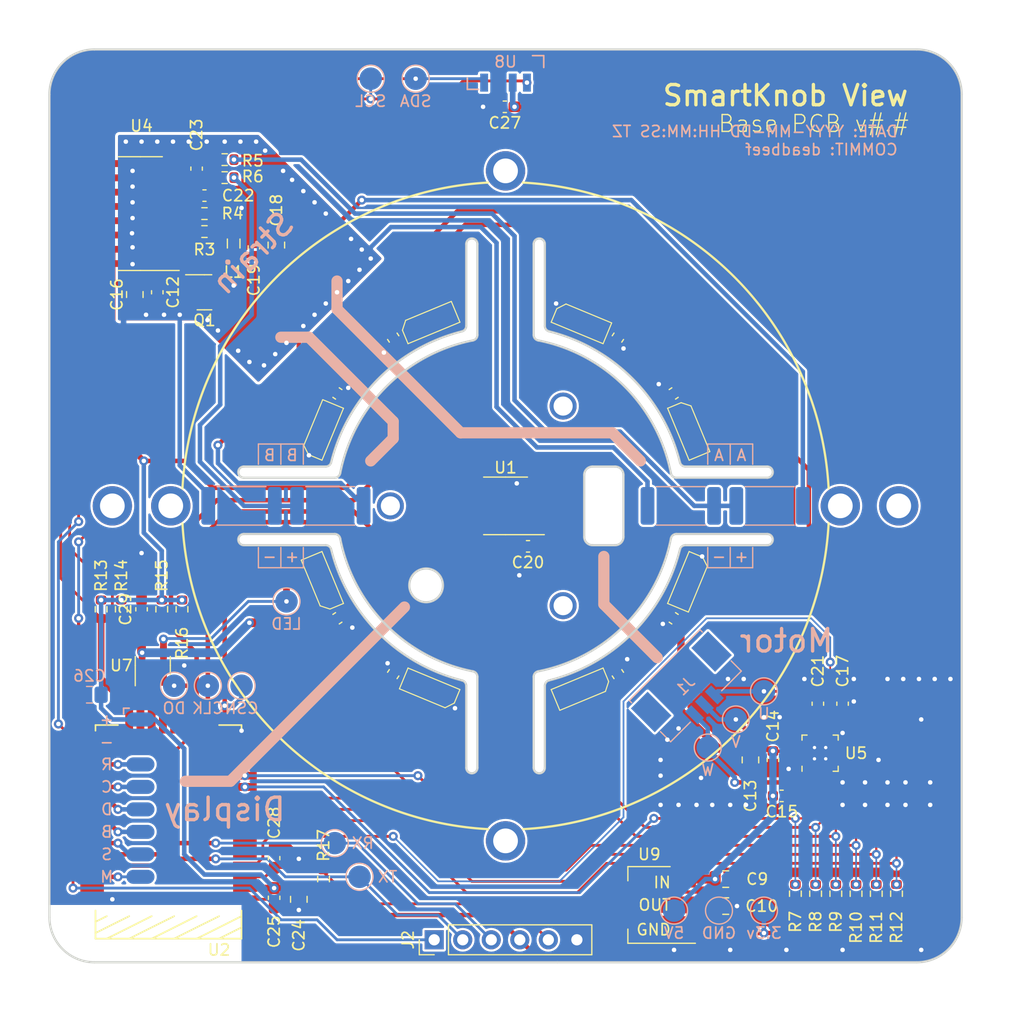
<source format=kicad_pcb>
(kicad_pcb (version 20240108) (generator "pcbnew") (generator_version "8.0")
  (layers (0 "F.Cu" signal) (31 "B.Cu" signal) (34 "B.Paste" user) (35 "F.Paste" user) (36 "B.SilkS" user "B.Silkscreen") (37 "F.SilkS" user "F.Silkscreen") (38 "B.Mask" user) (39 "F.Mask" user) (44 "Edge.Cuts" user))
  (property "COMMIT_DATE_LONG" "YYYY-MM-DD HH:MM:SS TZ")
  (property "COMMIT_HASH" "deadbeef")
  (property "RELEASE_VERSION" "v#.#")
  (net 0 "")
  (net 1 "GND")
  (net 2 "Net-(U5-VCP)")
  (net 3 "Net-(U5-1V8OUT)")
  (net 4 "Net-(U4-VBG)")
  (net 5 "Net-(U4-INA+)")
  (net 6 "Net-(U4-INA-)")
  (net 7 "Net-(D1-DOUT)")
  (net 8 "Net-(D2-DOUT)")
  (net 9 "Net-(D3-DOUT)")
  (net 10 "Net-(D4-DOUT)")
  (net 11 "Net-(D5-DOUT)")
  (net 12 "Net-(D6-DOUT)")
  (net 13 "Net-(D7-DOUT)")
  (net 14 "/STRAIN_E+")
  (net 16 "Net-(J1-Pin_3)")
  (net 17 "Net-(J1-Pin_2)")
  (net 18 "Net-(J1-Pin_1)")
  (net 19 "Net-(Q1-C)")
  (net 20 "Net-(Q1-B)")
  (net 21 "Net-(U4-VFB)")
  (net 25 "/STRAIN_S-")
  (net 26 "/STRAIN_S+")
  (net 29 "/ESP32_EN")
  (net 30 "/ESP32_BOOT")
  (net 31 "/USB_SERIAL_RXI")
  (net 32 "/USB_SERIAL_TXO")
  (net 33 "/LED_DATA_5V")
  (net 34 "/LCD_CMD")
  (net 35 "/LCD_CS")
  (net 36 "/LCD_BACKLIGHT")
  (net 37 "/LCD_DATA")
  (net 38 "/LCD_SCK")
  (net 39 "/LCD_RST")
  (net 40 "/MAG_DO")
  (net 41 "/MAG_CLK")
  (net 42 "/MAG_CSN")
  (net 43 "/STRAIN_DO")
  (net 44 "/STRAIN_SCK")
  (net 45 "/TMC_UH")
  (net 46 "/TMC_VH")
  (net 47 "/TMC_WH")
  (net 48 "/TMC_UL")
  (net 49 "/TMC_WL")
  (net 50 "/TMC_VL")
  (net 51 "/TMC_DIAG")
  (net 52 "/LED_DATA_3V3")
  (net 53 "/SDA")
  (net 54 "/SCL")
  (net 55 "GNDA")
  (net 74 "+5V")
  (net 75 "+3V3")
  (footprint "Capacitor_SMD:C_0603_1608Metric" (layer "F.Cu") (at 90 114.967 56.2)
    (property "Reference" "C2" (hide yes))
    (property "Value" "0.1uF")
  )
  (footprint "Holes:MountingHole_M1.6" (layer "F.Cu") (at 105.125427 91.1225)
    (property "Reference" "H3" (hide yes))
    (property "Value" "MotorHole")
  )
  (footprint "Holes:MountingHole_M1.6" (layer "F.Cu") (at 105.125427 108.877499)
    (property "Reference" "H1" (hide yes))
    (property "Value" "MotorHole")
  )
  (footprint "Holes:MountingHole_M1.6" (layer "F.Cu") (at 89.749146 100)
    (property "Reference" "H2" (hide yes))
    (property "Value" "MotorHole")
  )
  (footprint "Holes:MountingHole_2.2mm_M2_ISO7380_Pad_NonVirtual" (layer "F.Cu") (at 100 129.8)
    (property "Reference" "H4" (hide yes))
    (property "Value" "MountHole")
  )
  (footprint "Holes:MountingHole_2.2mm_M2_ISO7380_Pad_NonVirtual" (layer "F.Cu") (at 70.2 100)
    (property "Reference" "H5" (hide yes))
    (property "Value" "MountHole")
  )
  (footprint "Holes:MountingHole_2.2mm_M2_ISO7380_Pad_NonVirtual" (layer "F.Cu") (at 100 70.2)
    (property "Reference" "H6" (hide yes))
    (property "Value" "MountHole")
  )
  (footprint "sk6812:SK6812-SIDE-A" (layer "F.Cu") (at 91.735336 115.248051 -22.5)
    (property "Reference" "D2" (hide yes))
    (property "Value" "SK6812SIDE-A")
  )
  (footprint "Holes:MountingHole_2.2mm_M2_ISO7380_Pad_NonVirtual" (layer "F.Cu") (at 129.8 100)
    (property "Reference" "H7" (hide yes))
    (property "Value" "MountHole")
  )
  (footprint "Capacitor_SMD:C_0603_1608Metric" (layer "F.Cu") (at 85.033 110 33.7)
    (property "Reference" "C1" (hide yes))
    (property "Value" "0.1uF")
  )
  (footprint "sk6812:SK6812-SIDE-A" (layer "F.Cu") (at 83.374 104.938 -67.5)
    (property "Reference" "D1" (hide yes))
    (property "Value" "SK6812SIDE-A")
  )
  (footprint "lilygo_micro32:T-Micro32" (layer "F.Cu") (at 76.5 135 180)
    (property "Reference" "U2")
    (property "Value" "T-Micro32_Plus")
  )
  (footprint "Capacitor_SMD:C_0805_2012Metric" (layer "F.Cu") (at 121.8 122.6 -90)
    (property "Reference" "C13")
    (property "Value" "22uF")
  )
  (footprint "Capacitor_SMD:C_0603_1608Metric" (layer "F.Cu") (at 123.8 122.6 -90)
    (property "Reference" "C14")
    (property "Value" "0.1uF")
  )
  (footprint "Capacitor_SMD:C_0603_1608Metric" (layer "F.Cu") (at 124.575 125.8)
    (property "Reference" "C15")
    (property "Value" "0.1uF")
  )
  (footprint "Capacitor_SMD:C_0805_2012Metric" (layer "F.Cu") (at 67 81.2 -90)
    (property "Reference" "C16")
    (property "Value" "10uF")
  )
  (footprint "Capacitor_SMD:C_0603_1608Metric" (layer "F.Cu") (at 130 117.6 90)
    (property "Reference" "C17")
    (property "Value" "0.1uF")
  )
  (footprint "Capacitor_SMD:C_0805_2012Metric" (layer "F.Cu") (at 79.6 76.8 90)
    (property "Reference" "C18")
    (property "Value" "10uF")
  )
  (footprint "Capacitor_SMD:C_0603_1608Metric" (layer "F.Cu") (at 73.2 72.4 180)
    (property "Reference" "C22")
    (property "Value" "0.1uF")
  )
  (footprint "Package_TO_SOT_SMD:SOT-23" (layer "F.Cu") (at 73.2 81)
    (property "Reference" "Q1")
    (property "Value" "MMBT4403")
  )
  (footprint "Resistor_SMD:R_0603_1608Metric" (layer "F.Cu") (at 73.2 74)
    (property "Reference" "R4")
    (property "Value" "8.2k")
  )
  (footprint "Resistor_SMD:R_0603_1608Metric" (layer "F.Cu") (at 75 70.8)
    (property "Reference" "R5")
    (property "Value" "100")
  )
  (footprint "view_custom:ViewKeepouts3d" (layer "F.Cu") (at 100 100)
    (property "Reference" "Z5" (hide yes))
    (property "Value" "dummy_keepouts")
  )
  (footprint "Capacitor_SMD:C_0603_1608Metric" (layer "F.Cu") (at 69 81 -90)
    (property "Reference" "C12")
    (property "Value" "0.1uF")
  )
  (footprint "Package_TO_SOT_SMD:SOT-23-5" (layer "F.Cu") (at 68.6 114.2 90)
    (property "Reference" "U7")
    (property "Value" "SN74LV1T34DBV")
  )
  (footprint "Capacitor_SMD:C_0603_1608Metric" (layer "F.Cu") (at 90 85.033 -56.3)
    (property "Reference" "C7" (hide yes))
    (property "Value" "0.1uF")
  )
  (footprint "sk6812:SK6812-SIDE-A" (layer "F.Cu") (at 95.062 83.374 -157.5)
    (property "Reference" "D7" (hide yes))
    (property "Value" "SK6812SIDE-A")
  )
  (footprint "sk6812:SK6812-SIDE-A" (layer "F.Cu") (at 84.751949 91.735336 -112.5)
    (property "Reference" "D8" (hide yes))
    (property "Value" "SK6812SIDE-A")
  )
  (footprint "Capacitor_SMD:C_0603_1608Metric" (layer "F.Cu") (at 85.033 90 -33.8)
    (property "Reference" "C8" (hide yes))
    (property "Value" "0.1uF")
  )
  (footprint "Inductor_SMD:L_0805_2012Metric" (layer "F.Cu") (at 75.8 76.6625 -90)
    (property "Reference" "L1")
    (property "Value" "3.3uH")
  )
  (footprint "Modified:QFN-20-1EP_3x3mm_P0.4mm_EP1.65x1.65mm_ThermalVias_LargerViaHoles" (layer "F.Cu") (at 128 122 90)
    (property "Reference" "U5")
    (property "Value" "TMC6300")
  )
  (footprint "Capacitor_SMD:C_0603_1608Metric_Pad1.08x0.95mm_HandSolder" (layer "F.Cu") (at 99.9375 64.5 180)
    (property "Reference" "C27")
    (property "Value" "0.1uF")
  )
  (footprint "Capacitor_SMD:C_0603_1608Metric" (layer "F.Cu") (at 127.8 117.6 90)
    (property "Reference" "C21")
    (property "Value" "0.1uF")
  )
  (footprint "Resistor_SMD:R_0603_1608Metric" (layer "F.Cu") (at 71.2 109.2 90)
    (property "Reference" "R16")
    (property "Value" "2.2k")
  )
  (footprint "Package_SO:SOIC-8_3.9x4.9mm_P1.27mm" (layer "F.Cu") (at 100 100 180)
    (property "Reference" "U1")
    (property "Value" "MT6701-CT")
  )
  (footprint "Capacitor_SMD:C_0603_1608Metric" (layer "F.Cu") (at 102 103.6 180)
    (property "Reference" "C20")
    (property "Value" "0.1uF")
  )
  (footprint "Capacitor_SMD:C_0603_1608Metric_Pad1.08x0.95mm_HandSolder" (layer "F.Cu") (at 67.6 109.2 90)
    (property "Reference" "C29")
    (property "Value" "0.1uF")
  )
  (footprint "Resistor_SMD:R_0603_1608Metric" (layer "F.Cu") (at 69.4 109.2 -90)
    (property "Reference" "R15")
    (property "Value" "2.2k")
  )
  (footprint "Resistor_SMD:R_0603_1608Metric" (layer "F.Cu") (at 65.8 109.2 -90)
    (property "Reference" "R14")
    (property "Value" "2.2k")
  )
  (footprint "Resistor_SMD:R_0603_1608Metric" (layer "F.Cu") (at 64 109.2 -90)
    (property "Reference" "R13")
    (property "Value" "2.2k")
  )
  (footprint "Package_SO:SOIC-16_3.9x9.9mm_P1.27mm" (layer "F.Cu") (at 67.5 74 180)
    (property "Reference" "U4")
    (property "Value" "HX711")
  )
  (footprint "Resistor_SMD:R_0603_1608Metric" (layer "F.Cu") (at 75 69.2 180)
    (property "Reference" "R6")
    (property "Value" "100")
  )
  (footprint "Capacitor_SMD:C_0603_1608Metric" (layer "F.Cu") (at 77.6 77 90)
    (property "Reference" "C19")
    (property "Value" "0.1uF")
  )
  (footprint "Resistor_SMD:R_0603_1608Metric" (layer "F.Cu") (at 73.2 75.6 180)
    (property "Reference" "R3")
    (property "Value" "10k")
  )
  (footprint "Capacitor_SMD:C_0603_1608Metric" (layer "F.Cu") (at 72.5 70 -90)
    (property "Reference" "C23")
    (property "Value" "0.1uF")
  )
  (footprint "Resistor_SMD:R_0603_1608Metric" (layer "F.Cu") (at 125.8 134.5 -90)
    (property "Reference" "R7")
    (property "Value" "10k")
  )
  (footprint "Resistor_SMD:R_0603_1608Metric" (layer "F.Cu") (at 127.6 134.5 -90)
    (property "Reference" "R8")
    (property "Value" "10k")
  )
  (footprint "Resistor_SMD:R_0603_1608Metric" (layer "F.Cu") (at 134.8 134.5 -90)
    (property "Reference" "R12")
    (property "Value" "10k")
  )
  (footprint "Resistor_SMD:R_0603_1608Metric" (layer "F.Cu") (at 129.4 134.5 -90)
    (property "Reference" "R9")
    (property "Value" "10k")
  )
  (footprint "Resistor_SMD:R_0603_1608Metric" (layer "F.Cu") (at 131.2 134.5 -90)
    (property "Reference" "R10")
    (property "Value" "10k")
  )
  (footprint "Resistor_SMD:R_0603_1608Metric" (layer "F.Cu") (at 133 134.5 -90)
    (property "Reference" "R11")
    (property "Value" "10k")
  )
  (footprint "Resistor_SMD:R_0603_1608Metric" (layer "F.Cu") (at 83.8 133.2 90)
    (property "Reference" "R17")
    (property "Value" "10k")
  )
  (footprint "Capacitor_SMD:C_0603_1608Metric_Pad1.08x0.95mm_HandSolder" (layer "F.Cu") (at 79.4 131.3375 90)
    (property "Reference" "C28")
    (property "Value" "1uF")
  )
  (footprint "Capacitor_SMD:C_0603_1608Metric_Pad1.08x0.95mm_HandSolder" (layer "F.Cu") (at 79.4 134.8625 -90)
    (property "Reference" "C25")
    (property "Value" "0.1uF")
  )
  (footprint "Capacitor_SMD:C_0805_2012Metric" (layer "F.Cu") (at 119.6 135.6)
    (property "Reference" "C10")
    (property "Value" "10uF")
  )
  (footprint "Capacitor_SMD:C_0805_2012Metric" (layer "F.Cu") (at 119.6 133.2)
    (property "Reference" "C9")
    (property "Value" "10uF")
  )
  (footprint "BOM_Only:bom_only_no_pin" (layer "F.Cu") (at 120.4 71.8)
    (property "Reference" "Z6")
    (property "Value" "RotorScrew (BOM-only)")
  )
  (footprint "BOM_Only:bom_only_no_pin" (layer "F.Cu") (at 121.9 71.8)
    (property "Reference" "Z7")
    (property "Value" "RotorScrew (BOM-only)")
  )
  (footprint "BOM_Only:bom_only_no_pin" (layer "F.Cu") (at 123.4 71.8)
    (property "Reference" "Z8")
    (property "Value" "RotorScrew (BOM-only)")
  )
  (footprint "BOM_Only:bom_only_no_pin" (layer "F.Cu") (at 120.4 71.8)
    (property "Reference" "Z9")
    (property "Value" "WatchGlass39.5mm")
  )
  (footprint "BOM_Only:bom_only_no_pin" (layer "F.Cu") (at 121.9 71.8)
    (property "Reference" "Z10")
    (property "Value" "BLDCMotor")
  )
  (footprint "Holes:MountingHole_2.2mm_M2_ISO7380_Pad_NonVirtual" (layer "F.Cu") (at 135 100)
    (property "Reference" "H8" (hide yes))
    (property "Value" "AlignmentHole")
  )
  (footprint "Holes:MountingHole_2.2mm_M2_ISO7380_Pad_NonVirtual" (layer "F.Cu") (at 65 100)
    (property "Reference" "H9" (hide yes))
    (property "Value" "AlignmentHole")
  )
  (footprint "Capacitor_SMD:C_0805_2012Metric" (layer "F.Cu") (at 81.6 135 -90)
    (property "Reference" "C24")
    (property "Value" "10uF")
  )
  (footprint "Capacitor_SMD:C_0603_1608Metric" (layer "F.Cu") (at 114.967 90 -146.3)
    (property "Reference" "C5" (hide yes))
    (property "Value" "0.1uF")
  )
  (footprint "sk6812:SK6812-SIDE-A" (layer "F.Cu") (at 116.626 95.062 112.5)
    (property "Reference" "D5" (hide yes))
    (property "Value" "SK6812SIDE-A")
  )
  (footprint "Connector_PinHeader_2.54mm:PinHeader_1x06_P2.54mm_Vertical" (layer "F.Cu") (at 93.65 138.6 90)
    (property "Reference" "J2")
    (property "Value" "Conn_01x06_Socket")
  )
  (footprint "Capacitor_SMD:C_0603_1608Metric" (layer "F.Cu") (at 110 114.967 123.7)
    (property "Reference" "C3" (hide yes))
    (property "Value" "0.1uF")
  )
  (footprint "Modified:SOT-223-3_TabPin2_GndOutIn" (layer "F.Cu") (at 112.8 135.5 180)
    (property "Reference" "U9")
    (property "Value" "TS1117BCW33_RPG")
  )
  (footprint "Capacitor_SMD:C_0603_1608Metric" (layer "F.Cu") (at 110 85.033 -123.8)
    (property "Reference" "C6" (hide yes))
    (property "Value" "0.1uF")
  )
  (footprint "sk6812:SK6812-SIDE-A" (layer "F.Cu") (at 108.264664 84.751949 157.5)
    (property "Reference" "D6" (hide yes))
    (property "Value" "SK6812SIDE-A")
  )
  (footprint "sk6812:SK6812-SIDE-A" (layer "F.Cu") (at 115.248051 108.264664 67.5)
    (property "Reference" "D4" (hide yes))
    (property "Value" "SK6812SIDE-A")
  )
  (footprint "Capacitor_SMD:C_0603_1608Metric" (layer "F.Cu") (at 114.967 110 146.2)
    (property "Reference" "C4" (hide yes))
    (property "Value" "0.1uF")
  )
  (footprint "sk6812:SK6812-SIDE-A" (layer "F.Cu") (at 104.938 116.626 22.5)
    (property "Reference" "D3" (hide yes))
    (property "Value" "SK6812SIDE-A")
  )
  (footprint "Capacitor_SMD:C_0805_2012Metric_Pad1.18x1.45mm_HandSolder" (layer "B.Cu") (at 62.9625 116.8 180)
    (property "Reference" "C26")
    (property "Value" "10uF")
  )
  (footprint "SolderPads:SolderPads_2mm_8" (layer "B.Cu") (at 67.5 119 -90)
    (property "Reference" "J3" (hide yes))
    (property "Value" "LCD")
  )
  (footprint "VEML7700:VEML7700-TOP" (layer "B.Cu") (at 100 61 180)
    (property "Reference" "U8")
    (property "Value" "VEML7700")
  )
  (footprint "Molex:532610371" (layer "B.Cu") (at 116.816 118.584 45)
    (property "Reference" "J1")
    (property "Value" "BLDC")
  )
  (footprint "Modified:TestPoint_Pad_D2.0mm_ValueSilk" (layer "B.Cu") (at 115 136)
    (property "Reference" "TP1" (hide yes))
    (property "Value" "5V" (hide yes))
  )
  (footprint "Modified:TestPoint_Pad_D2.0mm_ValueSilk" (layer "B.Cu") (at 123 136)
    (property "Reference" "TP2" (hide yes))
    (property "Value" "3.3v" (hide yes))
  )
  (footprint "Modified:TestPoint_Pad_D2.0mm_ValueSilk" (layer "B.Cu") (at 119 136)
    (property "Reference" "TP3" (hide yes))
    (property "Value" "GND" (hide yes))
  )
  (footprint "Modified:TestPoint_Pad_D2.0mm_ValueSilk" (layer "B.Cu") (at 92 62)
    (property "Reference" "TP4" (hide yes))
    (property "Value" "SDA" (hide yes))
  )
  (footprint "Modified:TestPoint_Pad_D2.0mm_ValueSilk" (layer "B.Cu") (at 88 62)
    (property "Reference" "TP5" (hide yes))
    (property "Value" "SCL" (hide yes))
  )
  (footprint "Modified:TestPoint_Pad_D2.0mm_ValueSilk" (layer "B.Cu") (at 123 116.5)
    (property "Reference" "TP6" (hide yes))
    (property "Value" "U" (hide yes))
  )
  (footprint "Modified:TestPoint_Pad_D2.0mm_ValueSilk" (layer "B.Cu") (at 120.5 119)
    (property "Reference" "TP7" (hide yes))
    (property "Value" "V" (hide yes))
  )
  (footprint "Modified:TestPoint_Pad_D2.0mm_ValueSilk" (layer "B.Cu") (at 118 121.5)
    (property "Reference" "TP8" (hide yes))
    (property "Value" "W" (hide yes))
  )
  (footprint "Modified:TestPoint_Pad_D2.0mm_ValueSilk" (layer "B.Cu") (at 76.5 116)
    (property "Reference" "TP9" (hide yes))
    (property "Value" "CSN" (hide yes))
  )
  (footprint "Modified:TestPoint_Pad_D2.0mm_ValueSilk" (layer "B.Cu") (at 70.5 116)
    (property "Reference" "TP11" (hide yes))
    (property "Value" "DO" (hide yes))
  )
  (footprint "Modified:TestPoint_Pad_D2.0mm_ValueSilk" (layer "B.Cu") (at 80.5 108.5)
    (property "Reference" "TP12" (hide yes))
    (property "Value" "LED" (hide yes))
  )
  (footprint "Modified:TestPoint_Pad_D2.0mm_ValueSilk" (layer "B.Cu") (at 73.5 116)
    (property "Reference" "TP10" (hide yes))
    (property "Value" "CLK" (hide yes))
  )
  (footprint "Modified:TestPoint_Pad_D2.0mm_ValueSilk" (layer "B.Cu") (at 87 133 180)
    (property "Reference" "TP15" (hide yes))
    (property "Value" "TX" (hide yes))
  )
  (footprint "Modified:TestPoint_Pad_D2.0mm_ValueSilk" (layer "B.Cu") (at 84.8 130 180)
    (property "Reference" "TP16" (hide yes))
    (property "Value" "RX" (hide yes))
  )
  (footprint "Resistor_SMD:R_2512_6332Metric" (layer "B.Cu") (at 123.5 100 180)
    (property "Reference" "R18" (hide yes))
    (property "Value" "330")
  )
  (footprint "NetTie:NetTie-2_SMD_Pad0.5mm" (layer "B.Cu") (at 66 83.6 -90)
    (property "Reference" "NT1" (hide yes))
    (property "Value" "NetTie_2")
  )
  (footprint "Resistor_SMD:R_2512_6332Metric" (layer "B.Cu") (at 76.5 100)
    (property "Reference" "R21" (hide yes))
    (property "Value" "330")
  )
  (footprint "Resistor_SMD:R_2512_6332Metric" (layer "B.Cu") (at 115.6 100 180)
    (property "Reference" "R19" (hide yes))
    (property "Value" "330")
  )
  (footprint "Resistor_SMD:R_2512_6332Metric" (layer "B.Cu") (at 84.4 100)
    (property "Reference" "R20" (hide yes))
    (property "Value" "330")
  )
  (gr_line (start 78 96.3) (end 78 94.5) (stroke (width 0.12)) (layer "B.SilkS"))
  (gr_line (start 78 103.7) (end 78 105.5) (stroke (width 0.12)) (layer "B.SilkS"))
  (gr_line (start 80 96.3) (end 80 94.5) (stroke (width 0.12)) (layer "B.SilkS"))
  (gr_line (start 82 105.5) (end 82 103.7) (stroke (width 0.12)) (layer "B.SilkS"))
  (gr_line (start 78 105.5) (end 82 105.5) (stroke (width 0.12)) (layer "B.SilkS"))
  (gr_line (start 78 94.5) (end 82 94.5) (stroke (width 0.12)) (layer "B.SilkS"))
  (gr_line (start 82 94.5) (end 82 96.3) (stroke (width 0.12)) (layer "B.SilkS"))
  (gr_line (start 80 105.5) (end 80 103.7) (stroke (width 0.12)) (layer "B.SilkS"))
  (gr_line (start 90 94) (end 90 92.5) (stroke (width 1)) (layer "B.SilkS"))
  (gr_line (start 96 93.5) (end 85 82.5) (stroke (width 1)) (layer "B.SilkS"))
  (gr_line (start 75.5 124.5) (end 71.5 124.5) (stroke (width 1)) (layer "B.SilkS"))
  (gr_line (start 118 96.3) (end 118 94.5) (stroke (width 0.12)) (layer "B.SilkS"))
  (gr_line (start 118 94.5) (end 122 94.5) (stroke (width 0.12)) (layer "B.SilkS"))
  (gr_line (start 88 96) (end 90 94) (stroke (width 1)) (layer "B.SilkS"))
  (gr_line (start 122 94.5) (end 122 96.3) (stroke (width 0.12)) (layer "B.SilkS"))
  (gr_line (start 109.5 93.5) (end 96 93.5) (stroke (width 1)) (layer "B.SilkS"))
  (gr_line (start 90 92.5) (end 82.5 85) (stroke (width 1)) (layer "B.SilkS"))
  (gr_line (start 112 96) (end 109.5 93.5) (stroke (width 1)) (layer "B.SilkS"))
  (gr_line (start 108.75 104.5) (end 108.75 108.75) (stroke (width 1)) (layer "B.SilkS"))
  (gr_line (start 120 96.3) (end 120 94.5) (stroke (width 0.12)) (layer "B.SilkS"))
  (gr_line (start 108.75 108.75) (end 113.5 113.5) (stroke (width 1)) (layer "B.SilkS"))
  (gr_line (start 118 103.7) (end 118 105.5) (stroke (width 0.12)) (layer "B.SilkS"))
  (gr_line (start 122 105.5) (end 122 103.7) (stroke (width 0.12)) (layer "B.SilkS"))
  (gr_line (start 85 82.5) (end 85 80) (stroke (width 1)) (layer "B.SilkS"))
  (gr_line (start 120 105.5) (end 120 103.7) (stroke (width 0.12)) (layer "B.SilkS"))
  (gr_line (start 91 109) (end 75.5 124.5) (stroke (width 1)) (layer "B.SilkS"))
  (gr_line (start 82.5 85) (end 80 85) (stroke (width 1)) (layer "B.SilkS"))
  (gr_line (start 118 105.5) (end 122 105.5) (stroke (width 0.12)) (layer "B.SilkS"))
  (gr_arc (start 98.452153 128.758375) (mid 79.642139 120.371488) (end 71.242667 101.567092) (stroke (width 0.2)) (layer "F.SilkS"))
  (gr_arc (start 128.758375 101.547847) (mid 120.371488 120.35786) (end 101.567092 128.757333) (stroke (width 0.2)) (layer "F.SilkS"))
  (gr_arc (start 101.547847 71.241625) (mid 120.35786 79.628512) (end 128.757333 98.432908) (stroke (width 0.2)) (layer "F.SilkS"))
  (gr_arc (start 71.241625 98.452153) (mid 79.628512 79.64214) (end 98.432908 71.242667) (stroke (width 0.2)) (layer "F.SilkS"))
  (gr_line (start 84.793094 102.499999) (end 76.709801 102.499999) (stroke (width 0.2)) (layer "Edge.Cuts"))
  (gr_line (start 96.5 116.00781) (end 96.5 123.290199) (stroke (width 0.2)) (layer "Edge.Cuts"))
  (gr_line (start 97.5 123.290199) (end 97.500001 115.206906) (stroke (width 0.2)) (layer "Edge.Cuts"))
  (gr_arc (start 103.499999 116.00781) (mid 103.605914 115.700081) (end 103.878787 115.522725) (stroke (width 0.2)) (layer "Edge.Cuts"))
  (gr_arc (start 97.5 123.290199) (mid 97 123.790199) (end 96.5 123.290199) (stroke (width 0.2)) (layer "Edge.Cuts"))
  (gr_arc (start 114.71636 102.903226) (mid 110.606601 110.606601) (end 102.903225 114.71636) (stroke (width 0.2)) (layer "Edge.Cuts"))
  (gr_arc (start 114.716361 102.903226) (mid 114.889406 102.613745) (end 115.206906 102.5) (stroke (width 0.2)) (layer "Edge.Cuts"))
  (gr_arc (start 115.522725 103.878788) (mid 111.313708 111.313709) (end 103.878787 115.522725) (stroke (width 0.2)) (layer "Edge.Cuts"))
  (gr_arc (start 110.499999 102.75) (mid 110.280329 103.28033) (end 109.749999 103.5) (stroke (width 0.2)) (layer "Edge.Cuts"))
  (gr_arc (start 115.522726 103.878787) (mid 115.700082 103.605915) (end 116.00781 103.5) (stroke (width 0.2)) (layer "Edge.Cuts"))
  (gr_line (start 110.499999 102.75) (end 110.499999 97.250001) (stroke (width 0.2)) (layer "Edge.Cuts"))
  (gr_arc (start 123.290199 96.500001) (mid 123.790199 97.000001) (end 123.290199 97.500001) (stroke (width 0.2)) (layer "Edge.Cuts"))
  (gr_arc (start 103.499999 123.290199) (mid 102.999999 123.790199) (end 102.499999 123.290199) (stroke (width 0.2)) (layer "Edge.Cuts"))
  (gr_line (start 103.499999 123.290199) (end 103.499999 116.00781) (stroke (width 0.2)) (layer "Edge.Cuts"))
  (gr_arc (start 109.749999 96.500001) (mid 110.280329 96.719671) (end 110.499999 97.250001) (stroke (width 0.2)) (layer "Edge.Cuts"))
  (gr_line (start 109.749999 96.500001) (end 107.749999 96.500001) (stroke (width 0.2)) (layer "Edge.Cuts"))
  (gr_arc (start 106.999999 97.250001) (mid 107.219669 96.719671) (end 107.749999 96.500001) (stroke (width 0.2)) (layer "Edge.Cuts"))
  (gr_line (start 106.999999 97.250001) (end 106.999999 102.75) (stroke (width 0.2)) (layer "Edge.Cuts"))
  (gr_circle (center 92.928933 107.071067) (end 94.428933 107.071067) (stroke (width 0.2)) (fill none) (layer "Edge.Cuts"))
  (gr_line (start 116.00781 103.5) (end 123.290199 103.5) (stroke (width 0.2)) (layer "Edge.Cuts"))
  (gr_arc (start 107.749999 103.5) (mid 107.219669 103.28033) (end 106.999999 102.75) (stroke (width 0.2)) (layer "Edge.Cuts"))
  (gr_arc (start 102.903226 85.28364) (mid 110.606601 89.393399) (end 114.71636 97.096775) (stroke (width 0.2)) (layer "Edge.Cuts"))
  (gr_line (start 115.206906 97.500001) (end 123.290199 97.500001) (stroke (width 0.2)) (layer "Edge.Cuts"))
  (gr_arc (start 96.121212 115.522725) (mid 88.686291 111.313708) (end 84.477275 103.878787) (stroke (width 0.2)) (layer "Edge.Cuts"))
  (gr_arc (start 115.206906 97.500002) (mid 114.889405 97.386257) (end 114.71636 97.096775) (stroke (width 0.2)) (layer "Edge.Cuts"))
  (gr_arc (start 102.499998 115.206906) (mid 102.613743 114.889405) (end 102.903225 114.71636) (stroke (width 0.2)) (layer "Edge.Cuts"))
  (gr_arc (start 140.6 136.599999) (mid 139.428427 139.428426) (end 136.6 140.599999) (stroke (width 0.2)) (layer "Edge.Cuts"))
  (gr_line (start 123.290199 102.5) (end 115.206906 102.5) (stroke (width 0.2)) (layer "Edge.Cuts"))
  (gr_arc (start 76.709801 103.499999) (mid 76.209801 102.999999) (end 76.709801 102.499999) (stroke (width 0.2)) (layer "Edge.Cuts"))
  (gr_arc (start 97.096774 114.71636) (mid 89.393399 110.606601) (end 85.28364 102.903225) (stroke (width 0.2)) (layer "Edge.Cuts"))
  (gr_arc (start 83.99219 103.499999) (mid 84.299919 103.605914) (end 84.477275 103.878787) (stroke (width 0.2)) (layer "Edge.Cuts"))
  (gr_arc (start 97.096774 114.71636) (mid 97.386256 114.889405) (end 97.500001 115.206906) (stroke (width 0.2)) (layer "Edge.Cuts"))
  (gr_line (start 76.709801 103.499999) (end 83.99219 103.499999) (stroke (width 0.2)) (layer "Edge.Cuts"))
  (gr_line (start 102.499999 115.206906) (end 102.499999 123.290199) (stroke (width 0.2)) (layer "Edge.Cuts"))
  (gr_arc (start 84.793094 102.499998) (mid 85.110595 102.613743) (end 85.28364 102.903225) (stroke (width 0.2)) (layer "Edge.Cuts"))
  (gr_line (start 107.749999 103.5) (end 109.749999 103.5) (stroke (width 0.2)) (layer "Edge.Cuts"))
  (gr_arc (start 102.903226 85.283639) (mid 102.613745 85.110594) (end 102.5 84.793094) (stroke (width 0.2)) (layer "Edge.Cuts"))
  (gr_line (start 123.290199 96.500001) (end 116.00781 96.500001) (stroke (width 0.2)) (layer "Edge.Cuts"))
  (gr_arc (start 123.290199 102.5) (mid 123.790199 103) (end 123.290199 103.5) (stroke (width 0.2)) (layer "Edge.Cuts"))
  (gr_arc (start 96.121213 115.522726) (mid 96.394085 115.700082) (end 96.5 116.00781) (stroke (width 0.2)) (layer "Edge.Cuts"))
  (gr_arc (start 59.400001 63.4) (mid 60.571574 60.571573) (end 63.400001 59.4) (stroke (width 0.2)) (layer "Edge.Cuts"))
  (gr_arc (start 136.6 59.4) (mid 139.428427 60.571573) (end 140.6 63.4) (stroke (width 0.2)) (layer "Edge.Cuts"))
  (gr_line (start 59.400001 136.599999) (end 59.400001 63.4) (stroke (width 0.2)) (layer "Edge.Cuts"))
  (gr_line (start 136.6 140.599999) (end 104.619999 140.6) (stroke (width 0.2)) (layer "Edge.Cuts"))
  (gr_line (start 104.619999 140.6) (end 63.400001 140.599999) (stroke (width 0.2)) (layer "Edge.Cuts"))
  (gr_arc (start 63.400001 140.599999) (mid 60.571574 139.428426) (end 59.400001 136.599999) (stroke (width 0.2)) (layer "Edge.Cuts"))
  (gr_line (start 140.6 63.4) (end 140.6 136.599999) (stroke (width 0.2)) (layer "Edge.Cuts"))
  (gr_line (start 63.400001 59.4) (end 136.6 59.4) (stroke (width 0.2)) (layer "Edge.Cuts"))
  (gr_arc (start 97.500002 84.793094) (mid 97.386257 85.110595) (end 97.096775 85.28364) (stroke (width 0.2)) (layer "Edge.Cuts"))
  (gr_arc (start 103.878788 84.477275) (mid 111.313709 88.686292) (end 115.522725 96.121213) (stroke (width 0.2)) (layer "Edge.Cuts"))
  (gr_arc (start 103.878787 84.477274) (mid 103.605915 84.299918) (end 103.5 83.99219) (stroke (width 0.2)) (layer "Edge.Cuts"))
  (gr_arc (start 102.5 76.709801) (mid 103 76.209801) (end 103.5 76.709801) (stroke (width 0.2)) (layer "Edge.Cuts"))
  (gr_line (start 83.99219 96.5) (end 76.709801 96.5) (stroke (width 0.2)) (layer "Edge.Cuts"))
  (gr_line (start 102.5 76.709801) (end 102.5 84.793094) (stroke (width 0.2)) (layer "Edge.Cuts"))
  (gr_arc (start 116.00781 96.500001) (mid 115.700081 96.394086) (end 115.522725 96.121213) (stroke (width 0.2)) (layer "Edge.Cuts"))
  (gr_arc (start 85.28364 97.096774) (mid 89.393399 89.393399) (end 97.096775 85.28364) (stroke (width 0.2)) (layer "Edge.Cuts"))
  (gr_line (start 96.500001 76.709801) (end 96.500001 83.99219) (stroke (width 0.2)) (layer "Edge.Cuts"))
  (gr_line (start 103.5 83.99219) (end 103.5 76.709801) (stroke (width 0.2)) (layer "Edge.Cuts"))
  (gr_line (start 76.709801 97.5) (end 84.793094 97.5) (stroke (width 0.2)) (layer "Edge.Cuts"))
  (gr_arc (start 96.500001 83.99219) (mid 96.394086 84.299919) (end 96.121213 84.477275) (stroke (width 0.2)) (layer "Edge.Cuts"))
  (gr_arc (start 84.477275 96.121212) (mid 88.686292 88.686291) (end 96.121213 84.477275) (stroke (width 0.2)) (layer "Edge.Cuts"))
  (gr_arc (start 76.709801 97.5) (mid 76.209801 97) (end 76.709801 96.5) (stroke (width 0.2)) (layer "Edge.Cuts"))
  (gr_arc (start 85.283638 97.096775) (mid 85.110593 97.386256) (end 84.793094 97.5) (stroke (width 0.2)) (layer "Edge.Cuts"))
  (gr_line (start 97.500001 84.793094) (end 97.500001 76.709801) (stroke (width 0.2)) (layer "Edge.Cuts"))
  (gr_arc (start 96.500001 76.709801) (mid 97.000001 76.209801) (end 97.500001 76.709801) (stroke (width 0.2)) (layer "Edge.Cuts"))
  (gr_arc (start 84.477274 96.121213) (mid 84.299918 96.394085) (end 83.99219 96.5) (stroke (width 0.2)) (layer "Edge.Cuts"))
  (gr_text "B" (at 79 95.5 0) (layer "B.SilkS") (effects (font (size 1 1)) (justify mirror)))
  (gr_text "B" (at 81 95.5 0) (layer "B.SilkS") (effects (font (size 1 1)) (justify mirror)))
  (gr_text "-" (at 79 104.5 0) (layer "B.SilkS") (effects (font (size 1 1)) (justify mirror)))
  (gr_text "+" (at 81 104.5 0) (layer "B.SilkS") (effects (font (size 1 1)) (justify mirror)))
  (gr_text "Motor" (at 125 112 0) (layer "B.SilkS") (effects (font (size 2 2) (thickness 0.3)) (justify mirror)))
  (gr_text "Display" (at 75 127 0) (layer "B.SilkS") (effects (font (size 2 2) (thickness 0.3)) (justify mirror)))
  (gr_text "S" (at 64.5 131 0) (layer "B.SilkS") (effects (font (size 1 1)) (justify mirror)))
  (gr_text "C" (at 64.5 125 0) (layer "B.SilkS") (effects (font (size 1 1)) (justify mirror)))
  (gr_text "M" (at 64.5 133 0) (layer "B.SilkS") (effects (font (size 1 1)) (justify mirror)))
  (gr_text "DATE: ${COMMIT_DATE_LONG}\nCOMMIT: ${COMMIT_HASH}\n" (at 135 67.5 0) (layer "B.SilkS") (effects (font (size 1 1)) (justify left mirror)))
  (gr_text "+" (at 121 104.5 0) (layer "B.SilkS") (effects (font (size 1 1)) (justify mirror)))
  (gr_text "A" (at 121 95.5 0) (layer "B.SilkS") (effects (font (size 1 1)) (justify mirror)))
  (gr_text "+" (at 64.5 119 0) (layer "B.SilkS") (effects (font (size 1 1)) (justify mirror)))
  (gr_text "R" (at 64.5 123 0) (layer "B.SilkS") (effects (font (size 1 1)) (justify mirror)))
  (gr_text "B" (at 64.5 129 0) (layer "B.SilkS") (effects (font (size 1 1)) (justify mirror)))
  (gr_text "A" (at 119 95.5 0) (layer "B.SilkS") (effects (font (size 1 1)) (justify mirror)))
  (gr_text "-" (at 119 104.5 0) (layer "B.SilkS") (effects (font (size 1 1)) (justify mirror)))
  (gr_text "D" (at 64.5 127 0) (layer "B.SilkS") (effects (font (size 1 1)) (justify mirror)))
  (gr_text "-" (at 64.5 121 0) (layer "B.SilkS") (effects (font (size 1 1)) (justify mirror)))
  (gr_text "Strain" (at 77.5 77.5 45) (layer "B.SilkS") (effects (font (size 2 2) (thickness 0.3)) (justify mirror)))
  (gr_text "Base PCB ${RELEASE_VERSION}" (at 136 66 0) (layer "F.SilkS") (effects (font (size 1.5 1.5) (thickness 0.12)) (justify right)))
  (gr_text "SmartKnob View" (at 136 63.5 0) (layer "F.SilkS") (effects (font (size 1.8 1.8) (thickness 0.3)) (justify right)))
  (segment (start 114.322987 109.568871) (end 114.322987 110.177013) (width 0.25) (layer "F.Cu") (net 1))
  (segment (start 114.322987 110.177013) (end 114 110.5) (width 0.25) (layer "F.Cu") (net 1))
  (segment (start 108.263966 115.24834) (end 108.643892 115.24834) (width 0.25) (layer "F.Cu") (net 1))
  (segment (start 108.643892 115.24834) (end 109.569996 114.322236) (width 0.25) (layer "F.Cu") (net 1))
  (segment (start 110.145089 114.322236) (end 110.828626 113.638699) (width 0.25) (layer "F.Cu") (net 1))
  (segment (start 109.569996 114.322236) (end 110.145089 114.322236) (width 0.25) (layer "F.Cu") (net 1))
  (segment (start 101.095 98.095) (end 101 98) (width 0.25) (layer "F.Cu") (net 1))
  (segment (start 102.475 98.095) (end 101.095 98.095) (width 0.25) (layer "F.Cu") (net 1))
  (segment (start 95.061302 116.625711) (end 95.061302 117.561302) (width 0.25) (layer "F.Cu") (net 1))
  (segment (start 89.854911 85.677764) (end 89.171374 86.361301) (width 0.25) (layer "F.Cu") (net 1))
  (segment (start 67.6 108.425) (end 67.6 104.2) (width 0.8) (layer "F.Cu") (net 1))
  (segment (start 89.822987 114.322987) (end 89.5 114) (width 0.25) (layer "F.Cu") (net 1))
  (segment (start 116.625711 104.938698) (end 117.061302 104.938698) (width 0.25) (layer "F.Cu") (net 1))
  (segment (start 126.6 118.8) (end 127.6 119.8) (width 0.15) (layer "F.Cu") (net 1))
  (segment (start 124.4 118.8) (end 126.55 120.95) (width 0.25) (layer "F.Cu") (net 1))
  (segment (start 117.061302 104.938698) (end 117.5 104.5) (width 0.25) (layer "F.Cu") (net 1))
  (segment (start 114.322236 89.854911) (end 113.638699 89.171374) (width 0.25) (layer "F.Cu") (net 1))
  (segment (start 85.677764 110.145089) (end 86.361301 110.828626) (width 0.25) (layer "F.Cu") (net 1))
  (segment (start 95.061302 117.561302) (end 95.5 118) (width 0.25) (layer "F.Cu") (net 1))
  (segment (start 71.4 114.2) (end 70 114.2) (width 0.5) (layer "F.Cu") (net 1))
  (segment (start 85.677013 90.431129) (end 85.677013 89.822987) (width 0.25) (layer "F.Cu") (net 1))
  (segment (start 115.24834 91.356108) (end 114.322236 90.430004) (width 0.25) (layer "F.Cu") (net 1))
  (segment (start 133.2 122.6) (end 132.6 122) (width 0.2) (layer "F.Cu") (net 1))
  (segment (start 90.430004 85.677764) (end 89.854911 85.677764) (width 0.25) (layer "F.Cu") (net 1))
  (segment (start 132.6 122) (end 129.45 122) (width 0.2) (layer "F.Cu") (net 1))
  (segment (start 127.6 119.8) (end 127.6 120.55) (width 0.15) (layer "F.Cu") (net 1))
  (segment (start 84.75166 108.263966) (end 84.75166 108.643892) (width 0.25) (layer "F.Cu") (net 1))
  (segment (start 126.55 120.95) (end 126.55 121.2) (width 0.25) (layer "F.Cu") (net 1))
  (segment (start 104.938698 83.374289) (end 104.938698 82.438698) (width 0.25) (layer "F.Cu") (net 1))
  (segment (start 79.8 135.95) (end 78.85 135) (width 0.25) (layer "F.Cu") (net 1))
  (segment (start 114.322236 90.430004) (end 114.322236 89.854911) (width 0.25) (layer "F.Cu") (net 1))
  (segment (start 132.2 121.6) (end 129.45 121.6) (width 0.2) (layer "F.Cu") (net 1))
  (segment (start 63.5 135) (end 65 135) (width 0.4) (layer "F.Cu") (net 1))
  (segment (start 70 114.2) (end 69.55 114.65) (width 0.5) (layer "F.Cu") (net 1))
  (segment (start 83.374289 95.061302) (end 82.938698 95.061302) (width 0.25) (layer "F.Cu") (net 1))
  (segment (start 76.5 121) (end 76.5 120) (width 0.25) (layer "F.Cu") (net 1))
  (segment (start 101.225 106.175) (end 101.225 103.5) (width 0.6) (layer "F.Cu") (net 1))
  (segment (start 104.938698 82.438698) (end 104.5 82) (width 0.25) (layer "F.Cu") (net 1))
  (segment (start 90.431129 114.322987) (end 89.822987 114.322987) (width 0.25) (layer "F.Cu") (net 1))
  (segment (start 115.24834 91.736034) (end 115.24834 91.356108) (width 0.25) (layer "F.Cu") (net 1))
  (segment (start 99.225 64.5) (end 98 64.5) (width 0.6) (layer "F.Cu") (net 1))
  (segment (start 80.675 130.475) (end 79.4 130.475) (width 0.8) (layer "F.Cu") (net 1))
  (segment (start 91.736034 84.75166) (end 91.356108 84.75166) (width 0.25) (layer "F.Cu") (net 1))
  (segment (start 133.2 122.6) (end 132.2 121.6) (width 0.2) (layer "F.Cu") (net 1))
  (segment (start 78.85 135) (end 76.5 135) (width 0.25) (layer "F.Cu") (net 1))
  (segment (start 69.55 114.65) (end 69.55 115.3375) (width 0.5) (layer "F.Cu") (net 1))
  (segment (start 82.938698 95.061302) (end 82.5 95.5) (width 0.25) (layer "F.Cu") (net 1))
  (segment (start 85.677764 109.569996) (end 85.677764 110.145089) (width 0.25) (layer "F.Cu") (net 1))
  (segment (start 126.6 115.4) (end 126.6 118.8) (width 0.15) (layer "F.Cu") (net 1))
  (segment (start 109.568871 85.677013) (end 110.177013 85.677013) (width 0.25) (layer "F.Cu") (net 1))
  (segment (start 84.75166 108.643892) (end 85.677764 109.569996) (width 0.25) (layer "F.Cu") (net 1))
  (segment (start 85.677013 89.822987) (end 86 89.5) (width 0.25) (layer "F.Cu") (net 1))
  (segment (start 91.356108 84.75166) (end 90.430004 85.677764) (width 0.25) (layer "F.Cu") (net 1))
  (segment (start 81.6 135.95) (end 79.8 135.95) (width 0.25) (layer "F.Cu") (net 1))
  (segment (start 110.177013 85.677013) (end 110.5 86) (width 0.25) (layer "F.Cu") (net 1))
  (segment (start 81.6 131.4) (end 80.675 130.475) (width 0.8) (layer "F.Cu") (net 1))
  (via (at 117.5 104.5) (size 0.8) (drill 0.4) (layers "F.Cu" "B.Cu") (net 1))
  (via (at 114 110.5) (size 0.8) (drill 0.4) (layers "F.Cu" "B.Cu") (net 1))
  (via (at 110.828626 113.638699) (size 0.8) (drill 0.4) (layers "F.Cu" "B.Cu") (net 1))
  (via (at 101.225 106.175) (size 0.8) (drill 0.4) (layers "F.Cu" "B.Cu") (net 1))
  (via (at 101 98) (size 0.8) (drill 0.4) (layers "F.Cu" "B.Cu") (net 1))
  (via (at 121.2 115.4) (size 0.8) (drill 0.4) (layers "F.Cu" "B.Cu") (net 1))
  (via (at 138.2 115.4) (size 0.8) (drill 0.4) (layers "F.Cu" "B.Cu") (net 1))
  (via (at 121.4 126.6) (size 0.8) (drill 0.4) (layers "F.Cu" "B.Cu") (net 1))
  (via (at 126.6 115.4) (size 0.8) (drill 0.4) (layers "F.Cu" "B.Cu") (net 1))
  (via (at 113.8 126.6) (size 0.8) (drill 0.4) (layers "F.Cu" "B.Cu") (net 1))
  (via (at 131 115.4) (size 0.8) (drill 0.4) (layers "F.Cu" "B.Cu") (net 1))
  (via (at 130 126.6) (size 0.8) (drill 0.4) (layers "F.Cu" "B.Cu") (net 1))
  (via (at 82.5 95.5) (size 0.8) (drill 0.4) (layers "F.Cu" "B.Cu") (net 1))
  (via (at 133.2 122.6) (size 0.8) (drill 0.4) (layers "F.Cu" "B.Cu") (net 1))
  (via (at 137 139.5) (size 0.8) (drill 0.4) (layers "F.Cu" "B.Cu") (net 1))
  (via (at 120 126.6) (size 0.8) (drill 0.4) (layers "F.Cu" "B.Cu") (net 1))
  (via (at 136.8 115.4) (size 0.8) (drill 0.4) (layers "F.Cu" "B.Cu") (net 1))
  (via (at 86.361301 110.828626) (size 0.8) (drill 0.4) (layers "F.Cu" "B.Cu") (net 1))
  (via (at 67.6 104.2) (size 0.8) (drill 0.4) (layers "F.Cu" "B.Cu") (net 1))
  (via (at 117 126.6) (size 0.8) (drill 0.4) (layers "F.Cu" "B.Cu") (net 1))
  (via (at 135.6 126.6) (size 0.8) (drill 0.4) (layers "F.Cu" "B.Cu") (net 1))
  (via (at 125 139.5) (size 0.8) (drill 0.4) (layers "F.Cu" "B.Cu") (net 1))
  (via (at 135.4 115.4) (size 0.8) (drill 0.4) (layers "F.Cu" "B.Cu") (net 1))
  (via (at 113.8 124) (size 0.8) (drill 0.4) (layers "F.Cu" "B.Cu") (net 1))
  (via (at 89.5 114) (size 0.8) (drill 0.4) (layers "F.Cu" "B.Cu") (net 1))
  (via (at 137.8 126.6) (size 0.8) (drill 0.4) (layers "F.Cu" "B.Cu") (net 1))
  (via (at 123 118.8) (size 0.8) (drill 0.4) (layers "F.Cu" "B.Cu") (net 1))
  (via (at 135.6 124.6) (size 0.8) (drill 0.4) (layers "F.Cu" "B.Cu") (net 1))
  (via (at 115.4 119.8) (size 0.8) (drill 0.4) (layers "F.Cu" "B.Cu") (net 1))
  (via (at 117.4 124.2) (size 0.8) (drill 0.4) (layers "F.Cu" "B.Cu") (net 1))
  (via (at 113.638699 89.171374) (size 0.8) (drill 0.4) (layers "F.Cu" "B.Cu") (net 1))
  (via (at 132 126.6) (size 0.8) (drill 0.4) (layers "F.Cu" "B.Cu") (net 1))
  (via (at 104.5 82) (size 0.8) (drill 0.4) (layers "F.Cu" "B.Cu") (net 1))
  (via (at 134 124.6) (size 0.8) (drill 0.4) (layers "F.Cu" "B.Cu") (net 1))
  (via (at 125.2 123.4) (size 0.8) (drill 0.4) (layers "F.Cu" "B.Cu") (net 1))
  (via (at 115.4 126.6) (size 0.8) (drill 0.4) (layers "F.Cu" "B.Cu") (net 1))
  (via (at 130 120.2) (size 0.8) (drill 0.4) (layers "F.Cu" "B.Cu") (net 1))
  (via (at 98 64.5) (size 0.8) (drill 0.4) (layers "F.Cu" "B.Cu") (net 1))
  (via (at 130 139.5) (size 0.8) (drill 0.4) (layers "F.Cu" "B.Cu") (net 1))
  (via (at 134 115.4) (size 0.8) (drill 0.4) (layers "F.Cu" "B.Cu") (net 1))
  (via (at 65 135) (size 0.8) (drill 0.4) (layers "F.Cu" "B.Cu") (net 1))
  (via (at 118.4 126.6) (size 0.8) (drill 0.4) (layers "F.Cu" "B.Cu") (net 1))
  (via (at 120 139.5) (size 0.8) (drill 0.4) (layers "F.Cu" "B.Cu") (net 1))
  (via (at 114.4 120.8) (size 0.8) (drill 0.4) (layers "F.Cu" "B.Cu") (net 1))
  (via (at 81.6 131.4) (size 0.8) (drill 0.4) (layers "F.Cu" "B.Cu") (net 1))
  (via (at 86 89.5) (size 0.8) (drill 0.4) (layers "F.Cu" "B.Cu") (net 1))
  (via (at 131 117.4) (size 0.8) (drill 0.4) (layers "F.Cu" "B.Cu") (net 1))
  (via (at 137.8 124.6) (size 0.8) (drill 0.4) (layers "F.Cu" "B.Cu") (net 1))
  (via (at 120.6 135.6) (size 0.8) (drill 0.4) (layers "F.Cu" "B.Cu") (net 1))
  (via (at 71.4 114.2) (size 0.8) (drill 0.4) (layers "F.Cu" "B.Cu") (net 1))
  (via (at 95.5 118) (size 0.8) (drill 0.4) (layers "F.Cu" "B.Cu") (net 1))
  (via (at 119.8 115.4) (size 0.8) (drill 0.4) (layers "F.Cu" "B.Cu") (net 1))
  (via (at 132 124.6) (size 0.8) (drill 0.4) (layers "F.Cu" "B.Cu") (net 1))
  (via (at 115 139.5) (size 0.8) (drill 0.4) (layers "F.Cu" "B.Cu") (net 1))
  (via (at 89.171374 86.361301) (size 0.8) (drill 0.4) (layers "F.Cu" "B.Cu") (net 1))
  (via (at 110.5 86) (size 0.8) (drill 0.4) (layers "F.Cu" "B.Cu") (net 1))
  (via (at 130 124.6) (size 0.8) (drill 0.4) (layers "F.Cu" "B.Cu") (net 1))
  (via (at 113.8 122.6) (size 0.8) (drill 0.4) (layers "F.Cu" "B.Cu") (net 1))
  (via (at 81.6 135.95) (size 0.8) (drill 0.4) (layers "F.Cu" "B.Cu") (net 1))
  (via (at 139.6 115.4) (size 0.8) (drill 0.4) (layers "F.Cu" "B.Cu") (net 1))
  (via (at 137 119) (size 0.8) (drill 0.4) (layers "F.Cu" "B.Cu") (net 1))
  (via (at 124.4 118.8) (size 0.8) (drill 0.4) (layers "F.Cu" "B.Cu") (net 1))
  (via (at 134 126.6) (size 0.8) (drill 0.4) (layers "F.Cu" "B.Cu") (net 1))
  (via (at 76.5 120) (size 0.8) (drill 0.4) (layers "F.Cu" "B.Cu") (net 1))
  (segment (start 120.6 135.6) (end 120.2 136) (width 0.8) (layer "B.Cu") (net 1))
  (segment (start 120.2 136) (end 119 136) (width 0.8) (layer "B.Cu") (net 1))
  (segment (start 126.50052 125.8) (end 127.6 124.70052) (width 0.2) (layer "F.Cu") (net 2))
  (segment (start 125.35 125.8) (end 126.50052 125.8) (width 0.2) (layer "F.Cu") (net 2))
  (segment (start 127.6 124.70052) (end 127.6 123.45) (width 0.2) (layer "F.Cu") (net 2))
  (segment (start 127.8 118.375) (end 128 118.575) (width 0.2) (layer "F.Cu") (net 3))
  (segment (start 128 118.575) (end 128 120.55) (width 0.2) (layer "F.Cu") (net 3))
  (segment (start 72.12 72.095) (end 72.425 72.4) (width 0.4) (layer "F.Cu") (net 4))
  (segment (start 69.975 72.095) (end 72.12 72.095) (width 0.4) (layer "F.Cu") (net 4))
  (segment (start 69.975 69.555) (end 72.17 69.555) (width 0.4) (layer "F.Cu") (net 5))
  (segment (start 72.525 69.2) (end 74.175 69.2) (width 0.4) (layer "F.Cu") (net 5))
  (segment (start 72.17 69.555) (end 72.525 69.2) (width 0.4) (layer "F.Cu") (net 5))
  (segment (start 74.15 70.825) (end 74.175 70.8) (width 0.25) (layer "F.Cu") (net 6))
  (segment (start 69.975 70.825) (end 74.15 70.825) (width 0.4) (layer "F.Cu") (net 6))
  (segment (start 90.693006 113.496932) (end 91.735336 114.539262) (width 0.25) (layer "F.Cu") (net 7))
  (segment (start 89.984217 113.496932) (end 90.693006 113.496932) (width 0.25) (layer "F.Cu") (net 7))
  (segment (start 86.503675 109.307475) (end 86.503675 110.01639) (width 0.25) (layer "F.Cu") (net 7))
  (segment (start 91.735336 114.539262) (end 91.735336 115.248051) (width 0.25) (layer "F.Cu") (net 7))
  (segment (start 85.530841 107.697677) (end 85.530841 108.334641) (width 0.25) (layer "F.Cu") (net 7))
  (segment (start 84.282873 107.132214) (end 84.965378 107.132214) (width 0.25) (layer "F.Cu") (net 7))
  (segment (start 85.530841 108.334641) (end 86.503675 109.307475) (width 0.25) (layer "F.Cu") (net 7))
  (segment (start 84.965378 107.132214) (end 85.530841 107.697677) (width 0.25) (layer "F.Cu") (net 7))
  (segment (start 86.503675 110.01639) (end 89.984217 113.496932) (width 0.25) (layer "F.Cu") (net 7))
  (segment (start 105 116.688) (end 105 122.8) (width 0.25) (layer "F.Cu") (net 8))
  (segment (start 105 122.8) (end 103.4 124.4) (width 0.25) (layer "F.Cu") (net 8))
  (segment (start 103.4 124.4) (end 95.6 124.4) (width 0.25) (layer "F.Cu") (net 8))
  (segment (start 95.6 124.4) (end 93.92955 122.72955) (width 0.25) (layer "F.Cu") (net 8))
  (segment (start 104.938 116.626) (end 105 116.688) (width 0.25) (layer "F.Cu") (net 8))
  (segment (start 93.92955 122.72955) (end 93.92955 116.156924) (width 0.25) (layer "F.Cu") (net 8))
  (segment (start 109.307475 113.496325) (end 110.01639 113.496325) (width 0.25) (layer "F.Cu") (net 9))
  (segment (start 113.496932 109.306994) (end 114.539262 108.264664) (width 0.25) (layer "F.Cu") (net 9))
  (segment (start 114.539262 108.264664) (end 115.248051 108.264664) (width 0.25) (layer "F.Cu") (net 9))
  (segment (start 107.697677 114.469159) (end 108.334641 114.469159) (width 0.25) (layer "F.Cu") (net 9))
  (segment (start 107.132214 115.717127) (end 107.132214 115.034622) (width 0.25) (layer "F.Cu") (net 9))
  (segment (start 113.496932 110.015783) (end 113.496932 109.306994) (width 0.25) (layer "F.Cu") (net 9))
  (segment (start 110.01639 113.496325) (end 113.496932 110.015783) (width 0.25) (layer "F.Cu") (net 9))
  (segment (start 107.132214 115.034622) (end 107.697677 114.469159) (width 0.25) (layer "F.Cu") (net 9))
  (segment (start 108.334641 114.469159) (end 109.307475 113.496325) (width 0.25) (layer "F.Cu") (net 9))
  (segment (start 123.12955 106.07045) (end 125.6 103.6) (width 0.4) (layer "F.Cu") (net 10))
  (segment (start 125.6 97.4) (end 123.262 95.062) (width 0.4) (layer "F.Cu") (net 10))
  (segment (start 125.6 103.6) (end 125.6 97.4) (width 0.4) (layer "F.Cu") (net 10))
  (segment (start 116.156924 106.07045) (end 123.12955 106.07045) (width 0.4) (layer "F.Cu") (net 10))
  (segment (start 123.262 95.062) (end 116.626 95.062) (width 0.4) (layer "F.Cu") (net 10))
  (segment (start 113.496325 89.98361) (end 110.015783 86.503068) (width 0.25) (layer "F.Cu") (net 11))
  (segment (start 109.306994 86.503068) (end 108.264664 85.460738) (width 0.25) (layer "F.Cu") (net 11))
  (segment (start 115.717127 92.867786) (end 115.034622 92.867786) (width 0.25) (layer "F.Cu") (net 11))
  (segment (start 113.496325 90.692525) (end 113.496325 89.98361) (width 0.25) (layer "F.Cu") (net 11))
  (segment (start 108.264664 85.460738) (end 108.264664 84.751949) (width 0.25) (layer "F.Cu") (net 11))
  (segment (start 114.469159 92.302323) (end 114.469159 91.665359) (width 0.25) (layer "F.Cu") (net 11))
  (segment (start 114.469159 91.665359) (end 113.496325 90.692525) (width 0.25) (layer "F.Cu") (net 11))
  (segment (start 110.015783 86.503068) (end 109.306994 86.503068) (width 0.25) (layer "F.Cu") (net 11))
  (segment (start 115.034622 92.867786) (end 114.469159 92.302323) (width 0.25) (layer "F.Cu") (net 11))
  (segment (start 96.4 75) (end 95.062 76.338) (width 0.4) (layer "F.Cu") (net 12))
  (segment (start 106.07045 76.47045) (end 104.6 75) (width 0.4) (layer "F.Cu") (net 12))
  (segment (start 106.07045 83.843076) (end 106.07045 76.47045) (width 0.4) (layer "F.Cu") (net 12))
  (segment (start 104.6 75) (end 96.4 75) (width 0.4) (layer "F.Cu") (net 12))
  (segment (start 95.062 76.338) (end 95.062 83.374) (width 0.4) (layer "F.Cu") (net 12))
  (segment (start 90.692525 86.503675) (end 89.98361 86.503675) (width 0.25) (layer "F.Cu") (net 13))
  (segment (start 89.98361 86.503675) (end 86.503068 89.984217) (width 0.25) (layer "F.Cu") (net 13))
  (segment (start 92.867786 84.965378) (end 92.302323 85.530841) (width 0.25) (layer "F.Cu") (net 13))
  (segment (start 91.665359 85.530841) (end 90.692525 86.503675) (width 0.25) (layer "F.Cu") (net 13))
  (segment (start 86.503068 89.984217) (end 86.503068 90.693006) (width 0.25) (layer "F.Cu") (net 13))
  (segment (start 85.460738 91.735336) (end 84.751949 91.735336) (width 0.25) (layer "F.Cu") (net 13))
  (segment (start 86.503068 90.693006) (end 85.460738 91.735336) (width 0.25) (layer "F.Cu") (net 13))
  (segment (start 92.867786 84.282873) (end 92.867786 84.965378) (width 0.25) (layer "F.Cu") (net 13))
  (segment (start 92.302323 85.530841) (end 91.665359 85.530841) (width 0.25) (layer "F.Cu") (net 13))
  (segment (start 75.825 77.75) (end 75.8 77.725) (width 0.25) (layer "F.Cu") (net 14))
  (segment (start 81.6 87.4) (end 81.6 85) (width 0.4) (layer "F.Cu") (net 14))
  (segment (start 79.6 77.75) (end 75.825 77.75) (width 0.4) (layer "F.Cu") (net 14))
  (segment (start 74.4 94.6) (end 81.6 87.4) (width 0.4) (layer "F.Cu") (net 14))
  (segment (start 81.6 85) (end 79.6 83) (width 0.4) (layer "F.Cu") (net 14))
  (segment (start 75.8 77.725) (end 77.7 77.725) (width 0.25) (layer "F.Cu") (net 14))
  (segment (start 79.6 77.75) (end 82.25 77.75) (width 0.4) (layer "F.Cu") (net 14))
  (segment (start 79.6 83) (end 79.6 77.75) (width 0.4) (layer "F.Cu") (net 14))
  (segment (start 82.25 77.75) (end 87.2 72.8) (width 0.4) (layer "F.Cu") (net 14))
  (via (at 74.4 94.6) (size 0.8) (drill 0.4) (layers "F.Cu" "B.Cu") (net 14))
  (via (at 87.2 72.8) (size 0.8) (drill 0.4) (layers "F.Cu" "B.Cu") (net 14))
  (segment (start 111.2 72.8) (end 126.4625 88.0625) (width 0.4) (layer "B.Cu") (net 14))
  (segment (start 74.4 96.2) (end 76.175 97.975) (width 0.4) (layer "B.Cu") (net 14))
  (segment (start 76.175 97.975) (end 85.3375 97.975) (width 0.4) (layer "B.Cu") (net 14))
  (segment (start 126.4625 88.0625) (end 126.4625 100) (width 0.4) (layer "B.Cu") (net 14))
  (segment (start 85.3375 97.975) (end 87.3625 100) (width 0.4) (layer "B.Cu") (net 14))
  (segment (start 87.2 72.8) (end 111.2 72.8) (width 0.4) (layer "B.Cu") (net 14))
  (segment (start 74.4 94.6) (end 74.4 96.2) (width 0.4) (layer "B.Cu") (net 14))
  (segment (start 125.6 117.4) (end 124.7 116.5) (width 0.25) (layer "F.Cu") (net 16))
  (segment (start 124.7 116.5) (end 123 116.5) (width 0.25) (layer "F.Cu") (net 16))
  (segment (start 126.1 118.9) (end 127.2 120) (width 0.2) (layer "F.Cu") (net 16))
  (segment (start 125.6 118.4) (end 125.6 117.4) (width 0.25) (layer "F.Cu") (net 16))
  (segment (start 126.1 118.9) (end 125.6 118.4) (width 0.25) (layer "F.Cu") (net 16))
  (segment (start 127.2 120) (end 127.2 120.55) (width 0.2) (layer "F.Cu") (net 16))
  (via (at 123 116.5) (size 0.8) (drill 0.4) (layers "F.Cu" "B.Cu") (net 16))
  (segment (start 118.583767 116.816233) (end 118.9 116.5) (width 0.4) (layer "B.Cu") (net 16))
  (segment (start 118.9 116.5) (end 123 116.5) (width 0.4) (layer "B.Cu") (net 16))
  (segment (start 121.4 119.9) (end 124.3 119.9) (width 0.4) (layer "F.Cu") (net 17))
  (segment (start 124.3 119.9) (end 125.4 121) (width 0.4) (layer "F.Cu") (net 17))
  (segment (start 126.55 121.6) (end 126 121.6) (width 0.25) (layer "F.Cu") (net 17))
  (segment (start 120.5 119) (end 121.4 119.9) (width 0.4) (layer "F.Cu") (net 17))
  (segment (start 126 121.6) (end 125.4 121) (width 0.25) (layer "F.Cu") (net 17))
  (via (at 120.5 119) (size 0.8) (drill 0.4) (layers "F.Cu" "B.Cu") (net 17))
  (segment (start 117.699883 117.700117) (end 118.999766 119) (width 0.4) (layer "B.Cu") (net 17))
  (segment (start 118.999766 119) (end 120.5 119) (width 0.4) (layer "B.Cu") (net 17))
  (segment (start 120.5 119) (end 120.5 119.5) (width 0.4) (layer "B.Cu") (net 17))
  (segment (start 120.9 119.4) (end 120.5 119) (width 0.4) (layer "B.Cu") (net 17))
  (segment (start 120.4 124.6) (end 126.4 124.6) (width 0.4) (layer "F.Cu") (net 18))
  (segment (start 127.2 123.45) (end 127.2 123.8) (width 0.25) (layer "F.Cu") (net 18))
  (segment (start 126.4 124.6) (end 127.14999 123.85001) (width 0.4) (layer "F.Cu") (net 18))
  (via (at 120.4 124.6) (size 0.8) (drill 0.4) (layers "F.Cu" "B.Cu") (net 18))
  (segment (start 118 121.75) (end 118 121.5) (width 0.4) (layer "B.Cu") (net 18))
  (segment (start 118 119.768) (end 116.816 118.584) (width 0.4) (layer "B.Cu") (net 18))
  (segment (start 120.4 124.6) (end 120.4 124.15) (width 0.4) (layer "B.Cu") (net 18))
  (segment (start 120.4 124.15) (end 118 121.75) (width 0.4) (layer "B.Cu") (net 18))
  (segment (start 118 121.5) (end 118 119.768) (width 0.4) (layer "B.Cu") (net 18))
  (segment (start 74.025 75.6) (end 74.1375 75.7125) (width 0.4) (layer "F.Cu") (net 19))
  (segment (start 74.025 75.6) (end 74.0875 75.5375) (width 0.25) (layer "F.Cu") (net 19))
  (segment (start 74.1375 75.7125) (end 74.1375 81) (width 0.4) (layer "F.Cu") (net 19))
  (segment (start 75.8 75.6) (end 74.025 75.6) (width 0.8) (layer "F.Cu") (net 19))
  (segment (start 71.8 76.6) (end 73.9375 76.6) (width 0.4) (layer "F.Cu") (net 19))
  (segment (start 71.105 75.905) (end 71.8 76.6) (width 0.4) (layer "F.Cu") (net 19))
  (segment (start 69.975 75.905) (end 71.105 75.905) (width 0.4) (layer "F.Cu") (net 19))
  (segment (start 71.575 77.175) (end 72.2625 77.8625) (width 0.4) (layer "F.Cu") (net 20))
  (segment (start 72.2625 77.8625) (end 72.2625 80.05) (width 0.4) (layer "F.Cu") (net 20))
  (segment (start 69.975 77.175) (end 71.575 77.175) (width 0.4) (layer "F.Cu") (net 20))
  (segment (start 71.74 74.635) (end 72.375 74) (width 0.4) (layer "F.Cu") (net 21))
  (segment (start 69.975 74.635) (end 71.74 74.635) (width 0.4) (layer "F.Cu") (net 21))
  (segment (start 72.375 74) (end 72.375 75.6) (width 0.4) (layer "F.Cu") (net 21))
  (via (at 75.825 70.8) (size 0.8) (drill 0.4) (layers "F.Cu" "B.Cu") (net 25))
  (segment (start 72.8 96.077112) (end 76.722888 100) (width 0.4) (layer "B.Cu") (net 25))
  (segment (start 77.4 83) (end 74.6 85.8) (width 0.4) (layer "B.Cu") (net 25))
  (segment (start 74.6 91) (end 72.8 92.8) (width 0.4) (layer "B.Cu") (net 25))
  (segment (start 75.825 70.8) (end 77.4 72.375) (width 0.4) (layer "B.Cu") (net 25))
  (segment (start 72.8 92.8) (end 72.8 96.077112) (width 0.4) (layer "B.Cu") (net 25))
  (segment (start 74.6 85.8) (end 74.6 91) (width 0.4) (layer "B.Cu") (net 25))
  (segment (start 77.4 72.375) (end 77.4 83) (width 0.4) (layer "B.Cu") (net 25))
  (segment (start 76.722888 100) (end 79.4625 100) (width 0.4) (layer "B.Cu") (net 25))
  (segment (start 79.4625 100) (end 81.4375 100) (width 0.4) (layer "B.Cu") (net 25))
  (via (at 75.825 69.2) (size 0.8) (drill 0.4) (layers "F.Cu" "B.Cu") (net 26))
  (segment (start 98.8 74) (end 100.8 76) (width 0.4) (layer "B.Cu") (net 26))
  (segment (start 110.2 93.4) (end 116.8 100) (width 0.4) (layer "B.Cu") (net 26))
  (segment (start 100.8 90.6) (end 103.6 93.4) (width 0.4) (layer "B.Cu") (net 26))
  (segment (start 120.5375 100) (end 118.5625 100) (width 0.4) (layer "B.Cu") (net 26))
  (segment (start 116.8 100) (end 118.5625 100) (width 0.4) (layer "B.Cu") (net 26))
  (segment (start 103.6 93.4) (end 110.2 93.4) (width 0.4) (layer "B.Cu") (net 26))
  (segment (start 100.8 76) (end 100.8 90.6) (width 0.4) (layer "B.Cu") (net 26))
  (segment (start 86.6 74) (end 98.8 74) (width 0.4) (layer "B.Cu") (net 26))
  (segment (start 75.825 69.2) (end 81.8 69.2) (width 0.4) (layer "B.Cu") (net 26))
  (segment (start 81.8 69.2) (end 86.6 74) (width 0.4) (layer "B.Cu") (net 26))
  (segment (start 86.625 135.4) (end 100.61 135.4) (width 0.25) (layer "F.Cu") (net 29))
  (segment (start 76.5 133) (end 75.904998 133) (width 0.25) (layer "F.Cu") (net 29))
  (segment (start 78.6 133) (end 79.425 132.175) (width 0.25) (layer "F.Cu") (net 29))
  (segment (start 83.4 132.175) (end 86.625 135.4) (width 0.25) (layer "F.Cu") (net 29))
  (segment (start 76.5 133) (end 78.6 133) (width 0.25) (layer "F.Cu") (net 29))
  (segment (start 100.61 135.4) (end 103.81 138.6) (width 0.25) (layer "F.Cu") (net 29))
  (segment (start 79.425 132.175) (end 83.4 132.175) (width 0.25) (layer "F.Cu") (net 29))
  (segment (start 61.5 122.804998) (end 61.5 134) (width 0.25) (layer "F.Cu") (net 30))
  (segment (start 62.304998 122) (end 61.5 122.804998) (width 0.25) (layer "F.Cu") (net 30))
  (segment (start 63.5 122) (end 62.304998 122) (width 0.25) (layer "F.Cu") (net 30))
  (via (at 61.5 134) (size 0.8) (drill 0.4) (layers "F.Cu" "B.Cu") (net 30))
  (segment (start 77.2 134) (end 80.025 136.825) (width 0.25) (layer "B.Cu") (net 30))
  (segment (start 80.025 136.825) (end 83.225 136.825) (width 0.25) (layer "B.Cu") (net 30))
  (segment (start 61.5 134) (end 77.2 134) (width 0.25) (layer "B.Cu") (net 30))
  (segment (start 83.225 136.825) (end 85 138.6) (width 0.25) (layer "B.Cu") (net 30))
  (segment (start 85 138.6) (end 93.65 138.6) (width 0.25) (layer "B.Cu") (net 30))
  (segment (start 70.4 131.4) (end 69.8 132) (width 0.4) (layer "F.Cu") (net 31))
  (segment (start 74.2 131.4) (end 70.4 131.4) (width 0.4) (layer "F.Cu") (net 31))
  (segment (start 69.8 132) (end 63.5 132) (width 0.4) (layer "F.Cu") (net 31))
  (via (at 74.2 131.4) (size 0.8) (drill 0.4) (layers "F.Cu" "B.Cu") (net 31))
  (segment (start 78.8 131.4) (end 80.4 133) (width 0.25) (layer "B.Cu") (net 31))
  (segment (start 93.99 136.4) (end 90.4 136.4) (width 0.25) (layer "B.Cu") (net 31))
  (segment (start 74.2 131.4) (end 78.8 131.4) (width 0.25) (layer "B.Cu") (net 31))
  (segment (start 90.4 136.4) (end 87 133) (width 0.25) (layer "B.Cu") (net 31))
  (segment (start 80.4 133) (end 87 133) (width 0.25) (layer "B.Cu") (net 31))
  (segment (start 96.19 138.6) (end 93.99 136.4) (width 0.25) (layer "B.Cu") (net 31))
  (segment (start 69 131) (end 70 130) (width 0.4) (layer "F.Cu") (net 32))
  (segment (start 63.5 131) (end 69 131) (width 0.4) (layer "F.Cu") (net 32))
  (segment (start 70 130) (end 74.2 130) (width 0.4) (layer "F.Cu") (net 32))
  (via (at 74.2 130) (size 0.8) (drill 0.4) (layers "F.Cu" "B.Cu") (net 32))
  (segment (start 86.8 130) (end 92.2 135.4) (width 0.25) (layer "B.Cu") (net 32))
  (segment (start 84.8 130) (end 86.8 130) (width 0.25) (layer "B.Cu") (net 32))
  (segment (start 95.53 135.4) (end 98.73 138.6) (width 0.25) (layer "B.Cu") (net 32))
  (segment (start 92.2 135.4) (end 95.53 135.4) (width 0.25) (layer "B.Cu") (net 32))
  (segment (start 74.2 130) (end 84.8 130) (width 0.25) (layer "B.Cu") (net 32))
  (segment (start 81.862 104.938) (end 83.374 104.938) (width 0.6) (layer "F.Cu") (net 33))
  (segment (start 80.5 106.3) (end 81.862 104.938) (width 0.6) (layer "F.Cu") (net 33))
  (segment (start 69.55 111.85) (end 69.55 113.0625) (width 0.6) (layer "F.Cu") (net 33))
  (segment (start 80.5 108.5) (end 80.5 106.3) (width 0.6) (layer "F.Cu") (net 33))
  (via (at 80.5 108.5) (size 0.8) (drill 0.4) (layers "F.Cu" "B.Cu") (net 33))
  (via (at 69.55 111.85) (size 0.8) (drill 0.4) (layers "F.Cu" "B.Cu") (net 33))
  (segment (start 77.1 108.5) (end 80.5 108.5) (width 0.25) (layer "B.Cu") (net 33))
  (segment (start 69.6 111.8) (end 73.8 111.8) (width 0.25) (layer "B.Cu") (net 33))
  (segment (start 73.8 111.8) (end 77.1 108.5) (width 0.25) (layer "B.Cu") (net 33))
  (segment (start 69.55 111.85) (end 69.6 111.8) (width 0.25) (layer "B.Cu") (net 33))
  (segment (start 63.5 133) (end 65.5 133) (width 0.4) (layer "F.Cu") (net 34))
  (via (at 65.5 133) (size 0.8) (drill 0.4) (layers "F.Cu" "B.Cu") (net 34))
  (segment (start 65.5 133) (end 67.5 133) (width 0.25) (layer "B.Cu") (net 34))
  (segment (start 63.5 130) (end 65.5 130) (width 0.4) (layer "F.Cu") (net 35))
  (via (at 65.5 130) (size 0.8) (drill 0.4) (layers "F.Cu" "B.Cu") (net 35))
  (segment (start 65.5 130) (end 66.5 131) (width 0.4) (layer "B.Cu") (net 35))
  (segment (start 66.5 131) (end 67.5 131) (width 0.4) (layer "B.Cu") (net 35))
  (segment (start 64.5 128) (end 65.5 129) (width 0.4) (layer "F.Cu") (net 36))
  (segment (start 63.5 128) (end 64.5 128) (width 0.4) (layer "F.Cu") (net 36))
  (via (at 65.5 129) (size 0.8) (drill 0.4) (layers "F.Cu" "B.Cu") (net 36))
  (segment (start 65.5 129) (end 67.5 129) (width 0.4) (layer "B.Cu") (net 36))
  (segment (start 64.5 126) (end 65.5 127) (width 0.4) (layer "F.Cu") (net 37))
  (segment (start 63.5 126) (end 64.5 126) (width 0.4) (layer "F.Cu") (net 37))
  (via (at 65.5 127) (size 0.8) (drill 0.4) (layers "F.Cu" "B.Cu") (net 37))
  (segment (start 65.5 127) (end 67.5 127) (width 0.4) (layer "B.Cu") (net 37))
  (segment (start 63.5 125) (end 65.5 125) (width 0.4) (layer "F.Cu") (net 38))
  (via (at 65.5 125) (size 0.8) (drill 0.4) (layers "F.Cu" "B.Cu") (net 38))
  (segment (start 65.5 125) (end 67.5 125) (width 0.4) (layer "B.Cu") (net 38))
  (segment (start 63.5 123) (end 65.5 123) (width 0.4) (layer "F.Cu") (net 39))
  (via (at 65.5 123) (size 0.8) (drill 0.4) (layers "F.Cu" "B.Cu") (net 39))
  (segment (start 65.5 123) (end 67.5 123) (width 0.4) (layer "B.Cu") (net 39))
  (segment (start 88.5 97.5) (end 93.5 97.5) (width 0.4) (layer "F.Cu") (net 40))
  (segment (start 74.3 99.5) (end 86.5 99.5) (width 0.4) (layer "F.Cu") (net 40))
  (segment (start 69.4 110.025) (end 72.5 113.125) (width 0.4) (layer "F.Cu") (net 40))
  (segment (start 93.5 97.5) (end 95.365 99.365) (width 0.4) (layer "F.Cu") (net 40))
  (segment (start 70.5 116) (end 72.5 116) (width 0.4) (layer "F.Cu") (net 40))
  (segment (start 72.5 113.125) (end 72.5 119.5) (width 0.4) (layer "F.Cu") (net 40))
  (segment (start 70.225 103.575) (end 74.3 99.5) (width 0.4) (layer "F.Cu") (net 40))
  (segment (start 86.5 99.5) (end 88.5 97.5) (width 0.4) (layer "F.Cu") (net 40))
  (segment (start 69.4 110.025) (end 70.225 109.2) (width 0.4) (layer "F.Cu") (net 40))
  (segment (start 70.225 109.2) (end 70.225 103.575) (width 0.4) (layer "F.Cu") (net 40))
  (segment (start 95.365 99.365) (end 97.525 99.365) (width 0.4) (layer "F.Cu") (net 40))
  (via (at 70.5 116) (size 0.8) (drill 0.4) (layers "F.Cu" "B.Cu") (net 40))
  (segment (start 71.2 110.025) (end 73.475 110.025) (width 0.4) (layer "F.Cu") (net 41))
  (segment (start 73.475 110.025) (end 73.5 110) (width 0.15) (layer "F.Cu") (net 41))
  (segment (start 73.5 110) (end 73.5 102.3) (width 0.4) (layer "F.Cu") (net 41))
  (segment (start 75.3 100.5) (end 86.5 100.5) (width 0.4) (layer "F.Cu") (net 41))
  (segment (start 88.5 102.5) (end 93.435 102.5) (width 0.4) (layer "F.Cu") (net 41))
  (segment (start 95.3 100.635) (end 97.525 100.635) (width 0.4) (layer "F.Cu") (net 41))
  (segment (start 93.435 102.5) (end 95.3 100.635) (width 0.4) (layer "F.Cu") (net 41))
  (segment (start 73.5 102.3) (end 75.3 100.5) (width 0.4) (layer "F.Cu") (net 41))
  (segment (start 73.5 116) (end 73.5 119.5) (width 0.4) (layer "F.Cu") (net 41))
  (segment (start 73.5 116) (end 73.5 110) (width 0.4) (layer "F.Cu") (net 41))
  (segment (start 86.5 100.5) (end 88.5 102.5) (width 0.4) (layer "F.Cu") (net 41))
  (via (at 73.5 116) (size 0.8) (drill 0.4) (layers "F.Cu" "B.Cu") (net 41))
  (segment (start 95.93 103.5) (end 97.525 101.905) (width 0.4) (layer "F.Cu") (net 42))
  (segment (start 76.5 123) (end 75.769998 123) (width 0.4) (layer "F.Cu") (net 42))
  (segment (start 75 117.778832) (end 75 118) (width 0.25) (layer "F.Cu") (net 42))
  (segment (start 85.849989 101.449989) (end 87.9 103.5) (width 0.4) (layer "F.Cu") (net 42))
  (segment (start 75 117.778832) (end 75 102.8) (width 0.4) (layer "F.Cu") (net 42))
  (segment (start 75 122.230002) (end 75 118) (width 0.4) (layer "F.Cu") (net 42))
  (segment (start 75.769998 123) (end 75 122.230002) (width 0.4) (layer "F.Cu") (net 42))
  (segment (start 76.350011 101.449989) (end 85.849989 101.449989) (width 0.4) (layer "F.Cu") (net 42))
  (segment (start 87.9 103.5) (end 95.93 103.5) (width 0.4) (layer "F.Cu") (net 42))
  (segment (start 75 102.8) (end 76.350011 101.449989) (width 0.4) (layer "F.Cu") (net 42))
  (via (at 75 117.778832) (size 0.8) (drill 0.4) (layers "F.Cu" "B.Cu") (net 42))
  (segment (start 76.5 117.1) (end 75.821168 117.778832) (width 0.4) (layer "B.Cu") (net 42))
  (segment (start 76.5 116) (end 76.5 117.1) (width 0.4) (layer "B.Cu") (net 42))
  (segment (start 75.821168 117.778832) (end 75 117.778832) (width 0.4) (layer "B.Cu") (net 42))
  (segment (start 63.8425 73.365) (end 65.025 73.365) (width 0.25) (layer "F.Cu") (net 43))
  (segment (start 70.8 121.6) (end 71.5 120.9) (width 0.3) (layer "F.Cu") (net 43))
  (segment (start 62 103.2) (end 62.8 102.4) (width 0.25) (layer "F.Cu") (net 43))
  (segment (start 66.2 121.6) (end 70.8 121.6) (width 0.3) (layer "F.Cu") (net 43))
  (segment (start 62.8 74.4075) (end 63.8425 73.365) (width 0.25) (layer "F.Cu") (net 43))
  (segment (start 62 110) (end 62 117.4) (width 0.3) (layer "F.Cu") (net 43))
  (segment (start 71.5 120.9) (end 71.5 119.5) (width 0.3) (layer "F.Cu") (net 43))
  (segment (start 62.8 102.4) (end 62.8 74.4075) (width 0.25) (layer "F.Cu") (net 43))
  (segment (start 62 117.4) (end 66.2 121.6) (width 0.3) (layer "F.Cu") (net 43))
  (via (at 62 103.2) (size 0.8) (drill 0.4) (layers "F.Cu" "B.Cu") (net 43))
  (via (at 62 110) (size 0.8) (drill 0.4) (layers "F.Cu" "B.Cu") (net 43))
  (segment (start 62 110) (end 62 103.2) (width 0.25) (layer "B.Cu") (net 43))
  (segment (start 62 101.4) (end 62 73.7725) (width 0.25) (layer "F.Cu") (net 44))
  (segment (start 61.8 121) (end 63.5 121) (width 0.25) (layer "F.Cu") (net 44))
  (segment (start 60.2 119.4) (end 61.8 121) (width 0.25) (layer "F.Cu") (net 44))
  (segment (start 63.6775 72.095) (end 65.025 72.095) (width 0.25) (layer "F.Cu") (net 44))
  (segment (start 62 73.7725) (end 63.6775 72.095) (width 0.25) (layer "F.Cu") (net 44))
  (via (at 62 101.4) (size 0.8) (drill 0.4) (layers "F.Cu" "B.Cu") (net 44))
  (via (at 60.2 119.4) (size 0.8) (drill 0.4) (layers "F.Cu" "B.Cu") (net 44))
  (segment (start 60.2 103.2) (end 60.2 119.4) (width 0.25) (layer "B.Cu") (net 44))
  (segment (start 62 101.4) (end 60.2 103.2) (width 0.25) (layer "B.Cu") (net 44))
  (segment (start 125.8 127.8) (end 126.8 127.8) (width 0.2) (layer "F.Cu") (net 45))
  (segment (start 113.2 127.8) (end 125.8 127.8) (width 0.25) (layer "F.Cu") (net 45))
  (segment (start 128 126.6) (end 128 123.45) (width 0.2) (layer "F.Cu") (net 45))
  (segment (start 126.8 127.8) (end 128 126.6) (width 0.2) (layer "F.Cu") (net 45))
  (via (at 125.8 133.675) (size 0.8) (drill 0.4) (layers "F.Cu" "B.Cu") (net 45))
  (via (at 76.8 125) (size 0.8) (drill 0.4) (layers "F.Cu" "B.Cu") (net 45))
  (via (at 125.8 127.8) (size 0.8) (drill 0.4) (layers "F.Cu" "B.Cu") (net 45))
  (via (at 113.2 127.8) (size 0.8) (drill 0.4) (layers "F.Cu" "B.Cu") (net 45))
  (segment (start 93.2 134.4) (end 106.6 134.4) (width 0.25) (layer "B.Cu") (net 45))
  (segment (start 106.6 134.4) (end 113.2 127.8) (width 0.25) (layer "B.Cu") (net 45))
  (segment (start 83.8 125) (end 93.2 134.4) (width 0.25) (layer "B.Cu") (net 45))
  (segment (start 125.8 127.8) (end 125.8 133.675) (width 0.15) (layer "B.Cu") (net 45))
  (segment (start 76.8 125) (end 83.8 125) (width 0.25) (layer "B.Cu") (net 45))
  (segment (start 94.6 126.4) (end 110.2 126.4) (width 0.25) (layer "F.Cu") (net 46))
  (segment (start 112.4 128.6) (end 127.6 128.6) (width 0.25) (layer "F.Cu") (net 46))
  (segment (start 92.2 124) (end 94.6 126.4) (width 0.25) (layer "F.Cu") (net 46))
  (segment (start 127.6 128.6) (end 128.4 127.8) (width 0.2) (layer "F.Cu") (net 46))
  (segment (start 110.2 126.4) (end 112.4 128.6) (width 0.25) (layer "F.Cu") (net 46))
  (segment (start 128.4 127.8) (end 128.4 123.45) (width 0.2) (layer "F.Cu") (net 46))
  (via (at 127.6 133.675) (size 0.8) (drill 0.4) (layers "F.Cu" "B.Cu") (net 46))
  (via (at 92.2 124) (size 0.8) (drill 0.4) (layers "F.Cu" "B.Cu") (net 46))
  (via (at 127.6 128.6) (size 0.8) (drill 0.4) (layers "F.Cu" "B.Cu") (net 46))
  (via (at 76.8 124) (size 0.8) (drill 0.4) (layers "F.Cu" "B.Cu") (net 46))
  (segment (start 92.2 124) (end 76.8 124) (width 0.25) (layer "B.Cu") (net 46))
  (segment (start 127.6 128.6) (end 127.6 133.675) (width 0.15) (layer "B.Cu") (net 46))
  (segment (start 111.6 129.4) (end 129.4 129.4) (width 0.25) (layer "F.Cu") (net 47))
  (segment (start 88.6 122) (end 93.8 127.2) (width 0.25) (layer "F.Cu") (net 47))
  (segment (start 128.8 127.8) (end 128.8 123.45) (width 0.2) (layer "F.Cu") (net 47))
  (segment (start 129.4 129.4) (end 129.4 128.4) (width 0.2) (layer "F.Cu") (net 47))
  (segment (start 109.4 127.2) (end 111.6 129.4) (width 0.25) (layer "F.Cu") (net 47))
  (segment (start 76.5 122) (end 88.6 122) (width 0.25) (layer "F.Cu") (net 47))
  (segment (start 129.4 128.4) (end 128.8 127.8) (width 0.2) (layer "F.Cu") (net 47))
  (segment (start 93.8 127.2) (end 109.4 127.2) (width 0.25) (layer "F.Cu") (net 47))
  (via (at 129.4 133.675) (size 0.8) (drill 0.4) (layers "F.Cu" "B.Cu") (net 47))
  (via (at 129.4 129.4) (size 0.8) (drill 0.4) (layers "F.Cu" "B.Cu") (net 47))
  (segment (start 129.4 129.4) (end 129.4 133.675) (width 0.15) (layer "B.Cu") (net 47))
  (segment (start 105.4 132.4) (end 97.4 132.4) (width 0.25) (layer "F.Cu") (net 48))
  (segment (start 91 126) (end 76.5 126) (width 0.25) (layer "F.Cu") (net 48))
  (segment (start 131.2 130.2) (end 131.2 123.6) (width 0.2) (layer "F.Cu") (net 48))
  (segment (start 130.4 122.8) (end 129.45 122.8) (width 0.2) (layer "F.Cu") (net 48))
  (segment (start 107.6 130.2) (end 105.4 132.4) (width 0.25) (layer "F.Cu") (net 48))
  (segment (start 97.4 132.4) (end 91 126) (width 0.25) (layer "F.Cu") (net 48))
  (segment (start 131.2 123.6) (end 130.4 122.8) (width 0.2) (layer "F.Cu") (net 48))
  (segment (start 131.2 130.2) (end 107.6 130.2) (width 0.25) (layer "F.Cu") (net 48))
  (via (at 131.2 130.2) (size 0.8) (drill 0.4) (layers "F.Cu" "B.Cu") (net 48))
  (via (at 131.2 133.675) (size 0.8) (drill 0.4) (layers "F.Cu" "B.Cu") (net 48))
  (segment (start 131.2 130.2) (end 131.2 133.675) (width 0.15) (layer "B.Cu") (net 48))
  (segment (start 90.6 127) (end 76.5 127) (width 0.25) (layer "F.Cu") (net 49))
  (segment (start 108.4 131) (end 106 133.4) (width 0.25) (layer "F.Cu") (net 49))
  (segment (start 131.4 122.4) (end 133 124) (width 0.2) (layer "F.Cu") (net 49))
  (segment (start 133 124) (end 133 131) (width 0.2) (layer "F.Cu") (net 49))
  (segment (start 97 133.4) (end 90.6 127) (width 0.25) (layer "F.Cu") (net 49))
  (segment (start 133 131) (end 108.4 131) (width 0.25) (layer "F.Cu") (net 49))
  (segment (start 129.45 122.4) (end 131.4 122.4) (width 0.2) (layer "F.Cu") (net 49))
  (segment (start 106 133.4) (end 97 133.4) (width 0.25) (layer "F.Cu") (net 49))
  (via (at 133 131) (size 0.8) (drill 0.4) (layers "F.Cu" "B.Cu") (net 49))
  (via (at 133 133.675) (size 0.8) (drill 0.4) (layers "F.Cu" "B.Cu") (net 49))
  (segment (start 133 131) (end 133 133.675) (width 0.15) (layer "B.Cu") (net 49))
  (segment (start 96.5 134.4) (end 90.1 128) (width 0.25) (layer "F.Cu") (net 50))
  (segment (start 134.8 122.6) (end 133.4 121.2) (width 0.2) (layer "F.Cu") (net 50))
  (segment (start 106.4 134.4) (end 96.5 134.4) (width 0.25) (layer "F.Cu") (net 50))
  (segment (start 90.1 128) (end 76.5 128) (width 0.25) (layer "F.Cu") (net 50))
  (segment (start 133.4 121.2) (end 129.45 121.2) (width 0.2) (layer "F.Cu") (net 50))
  (segment (start 134.8 131.8) (end 109 131.8) (width 0.25) (layer "F.Cu") (net 50))
  (segment (start 109 131.8) (end 106.4 134.4) (width 0.25) (layer "F.Cu") (net 50))
  (segment (start 134.8 131.8) (end 134.8 122.6) (width 0.2) (layer "F.Cu") (net 50))
  (via (at 134.8 131.8) (size 0.8) (drill 0.4) (layers "F.Cu" "B.Cu") (net 50))
  (via (at 134.8 133.675) (size 0.8) (drill 0.4) (layers "F.Cu" "B.Cu") (net 50))
  (segment (start 134.8 131.8) (end 134.8 133.675) (width 0.15) (layer "B.Cu") (net 50))
  (segment (start 78.4 131.295002) (end 77.695002 132) (width 0.25) (layer "F.Cu") (net 51))
  (segment (start 90 129.4) (end 79 129.4) (width 0.25) (layer "F.Cu") (net 51))
  (segment (start 128.4 119.4) (end 128.4 120.55) (width 0.15) (layer "F.Cu") (net 51))
  (segment (start 128.9 118.9) (end 128.4 119.4) (width 0.15) (layer "F.Cu") (net 51))
  (segment (start 128.9 113.9) (end 128.9 118.9) (width 0.15) (layer "F.Cu") (net 51))
  (segment (start 77.695002 132) (end 76.5 132) (width 0.25) (layer "F.Cu") (net 51))
  (segment (start 78.4 130) (end 78.4 131.295002) (width 0.25) (layer "F.Cu") (net 51))
  (segment (start 79 129.4) (end 78.4 130) (width 0.25) (layer "F.Cu") (net 51))
  (via (at 90 129.4) (size 0.8) (drill 0.4) (layers "F.Cu" "B.Cu") (net 51))
  (via (at 128.9 113.9) (size 0.8) (drill 0.4) (layers "F.Cu" "B.Cu") (net 51))
  (segment (start 128.9 111.7) (end 128.9 113.9) (width 0.15) (layer "B.Cu") (net 51))
  (segment (start 110.5 117.4) (end 117.9 110) (width 0.15) (layer "B.Cu") (net 51))
  (segment (start 94 133.4) (end 104.8 133.4) (width 0.15) (layer "B.Cu") (net 51))
  (segment (start 90 129.4) (end 94 133.4) (width 0.15) (layer "B.Cu") (net 51))
  (segment (start 104.8 133.4) (end 110.5 127.7) (width 0.15) (layer "B.Cu") (net 51))
  (segment (start 117.9 110) (end 127.2 110) (width 0.15) (layer "B.Cu") (net 51))
  (segment (start 127.2 110) (end 128.9 111.7) (width 0.15) (layer "B.Cu") (net 51))
  (segment (start 110.5 127.7) (end 110.5 117.4) (width 0.15) (layer "B.Cu") (net 51))
  (segment (start 68.5 119.5) (end 68.5 115.4375) (width 0.25) (layer "F.Cu") (net 52))
  (segment (start 68.5 115.4375) (end 68.6 115.3375) (width 0.25) (layer "F.Cu") (net 52))
  (segment (start 64 110.025) (end 64 115.4) (width 0.6) (layer "F.Cu") (net 53))
  (segment (start 66.5 117.9) (end 66.5 119.5) (width 0.6) (layer "F.Cu") (net 53))
  (segment (start 92 62) (end 67.6 62) (width 0.25) (layer "F.Cu") (net 53))
  (segment (start 64 115.4) (end 66.5 117.9) (width 0.6) (layer "F.Cu") (net 53))
  (segment (start 64.225 110.25) (end 64 110.025) (width 0.25) (layer "F.Cu") (net 53))
  (segment (start 67.6 62) (end 60.4 69.2) (width 0.25) (layer "F.Cu") (net 53))
  (segment (start 60.4 69.2) (end 60.4 106.425) (width 0.25) (layer "F.Cu") (net 53))
  (segment (start 60.4 106.425) (end 64 110.025) (width 0.25) (layer "F.Cu") (net 53))
  (via (at 92 62) (size 0.8) (drill 0.4) (layers "F.Cu" "B.Cu") (net 53))
  (segment (start 92 62) (end 97.745 62) (width 0.25) (layer "B.Cu") (net 53))
  (segment (start 92 62) (end 91.5 62) (width 0.25) (layer "B.Cu") (net 53))
  (segment (start 97.745 62) (end 98.095 62.35) (width 0.25) (layer "B.Cu") (net 53))
  (segment (start 96.2 62.2) (end 101.755 62.2) (width 0.25) (layer "F.Cu") (net 54))
  (segment (start 88 63.8) (end 67.4 63.8) (width 0.25) (layer "F.Cu") (net 54))
  (segment (start 65 107.6) (end 65 109.225) (width 0.25) (layer "F.Cu") (net 54))
  (segment (start 67.4 63.8) (end 61.2 70) (width 0.25) (layer "F.Cu") (net 54))
  (segment (start 88 63.8) (end 94.6 63.8) (width 0.25) (layer "F.Cu") (net 54))
  (segment (start 94.6 63.8) (end 96.2 62.2) (width 0.25) (layer "F.Cu") (net 54))
  (segment (start 65.8 115.3) (end 67.5 117) (width 0.6) (layer "F.Cu") (net 54))
  (segment (start 101.755 62.2) (end 101.905 62.35) (width 0.25) (layer "F.Cu") (net 54))
  (segment (start 61.2 103.8) (end 65 107.6) (width 0.25) (layer "F.Cu") (net 54))
  (segment (start 61.2 70) (end 61.2 103.8) (width 0.25) (layer "F.Cu") (net 54))
  (segment (start 67.5 117) (end 67.5 119.5) (width 0.6) (layer "F.Cu") (net 54))
  (segment (start 65.8 110.025) (end 65.8 115.3) (width 0.6) (layer "F.Cu") (net 54))
  (segment (start 65 109.225) (end 65.8 110.025) (width 0.25) (layer "F.Cu") (net 54))
  (via (at 88 63.8) (size 0.8) (drill 0.4) (layers "F.Cu" "B.Cu") (net 54))
  (via (at 101.905 62.35) (size 0.8) (drill 0.4) (layers "F.Cu" "B.Cu") (net 54))
  (segment (start 88 63.8) (end 88 62) (width 0.25) (layer "B.Cu") (net 54))
  (segment (start 66.595 75.905) (end 65.025 75.905) (width 0.25) (layer "F.Cu") (net 55))
  (segment (start 66.025 70.825) (end 65.025 70.825) (width 0.6) (layer "F.Cu") (net 55))
  (segment (start 66.75 75.75) (end 66.595 75.905) (width 0.25) (layer "F.Cu") (net 55))
  (segment (start 86.35 76.25) (end 86.25 76.25) (width 0.4) (layer "F.Cu") (net 55))
  (segment (start 66.155 69.555) (end 65.025 69.555) (width 0.6) (layer "F.Cu") (net 55))
  (segment (start 66.8 70.2) (end 66.155 69.555) (width 0.6) (layer "F.Cu") (net 55))
  (segment (start 66.8 71.6) (end 66.025 70.825) (width 0.6) (layer "F.Cu") (net 55))
  (via (at 83 83) (size 0.8) (drill 0.4) (layers "F.Cu" "B.Cu") (net 55))
  (via (at 77.8 67.6) (size 0.8) (drill 0.4) (layers "F.Cu" "B.Cu") (net 55))
  (via (at 76.2 86.2) (size 0.8) (drill 0.4) (layers "F.Cu" "B.Cu") (net 55))
  (via (at 86.25 76.25) (size 0.8) (drill 0.4) (layers "F.Cu" "B.Cu") (net 55))
  (via (at 76.5 73.5) (size 0.8) (drill 0.4) (layers "F.Cu" "B.Cu") (net 55))
  (via (at 80.5 85.5) (size 0.8) (drill 0.4) (layers "F.Cu" "B.Cu") (net 55))
  (via (at 77.2 87.2) (size 0.8) (drill 0.4) (layers "F.Cu" "B.Cu") (net 55))
  (via (at 67.6 67.6) (size 0.8) (drill 0.4) (layers "F.Cu" "B.Cu") (net 55))
  (via (at 80.2 70.2) (size 0.8) (drill 0.4) (layers "F.Cu" "B.Cu") (net 55))
  (via (at 87.2 77.2) (size 0.8) (drill 0.4) (layers "F.Cu" "B.Cu") (net 55))
  (via (at 79.5 86.5) (size 0.8) (drill 0.4) (layers "F.Cu" "B.Cu") (net 55))
  (via (at 69 67.6) (size 0.8) (drill 0.4) (layers "F.Cu" "B.Cu") (net 55))
  (via (at 75 67.6) (size 0.8) (drill 0.4) (layers "F.Cu" "B.Cu") (net 55))
  (via (at 70.4 67.6) (size 0.8) (drill 0.4) (layers "F.Cu" "B.Cu") (net 55))
  (via (at 66.8 78.5) (size 0.8) (drill 0.4) (layers "F.Cu" "B.Cu") (net 55))
  (via (at 66.8 73) (size 0.8) (drill 0.4) (layers "F.Cu" "B.Cu") (net 55))
  (via (at 84 82) (size 0.8) (drill 0.4) (layers "F.Cu" "B.Cu") (net 55))
  (via (at 73.470023 83.470023) (size 0.8) (drill 0.4) (layers "F.Cu" "B.Cu") (net 55))
  (via (at 88 78) (size 0.8) (drill 0.4) (layers "F.Cu" "B.Cu") (net 55))
  (via (at 78.5 87.5) (size 0.8) (drill 0.4) (layers "F.Cu" "B.Cu") (net 55))
  (via (at 78.6 68.4) (size 0.8) (drill 0.4) (layers "F.Cu" "B.Cu") (net 55))
  (via (at 66.8 71.6) (size 0.8) (drill 0.4) (layers "F.Cu" "B.Cu") (net 55))
  (via (at 86 80) (size 0.8) (drill 0.4) (layers "F.Cu" "B.Cu") (net 55))
  (via (at 84 74) (size 0.8) (drill 0.4) (layers "F.Cu" "B.Cu") (net 55))
  (via (at 83 73) (size 0.8) (drill 0.4) (layers "F.Cu" "B.Cu") (net 55))
  (via (at 74.4 84.4) (size 0.8) (drill 0.4) (layers "F.Cu" "B.Cu") (net 55))
  (via (at 81 71) (size 0.8) (drill 0.4) (layers "F.Cu" "B.Cu") (net 55))
  (via (at 85 81) (size 0.8) (drill 0.4) (layers "F.Cu" "B.Cu") (net 55))
  (via (at 73.4 67.6) (size 0.8) (drill 0.4) (layers "F.Cu" "B.Cu") (net 55))
  (via (at 66.2 67.6) (size 0.8) (drill 0.4) (layers "F.Cu" "B.Cu") (net 55))
  (via (at 76.4 67.6) (size 0.8) (drill 0.4) (layers "F.Cu" "B.Cu") (net 55))
  (via (at 66.8 74.4) (size 0.8) (drill 0.4) (layers "F.Cu" "B.Cu") (net 55))
  (via (at 82 72) (size 0.8) (drill 0.4) (layers "F.Cu" "B.Cu") (net 55))
  (via (at 87 79) (size 0.8) (drill 0.4) (layers "F.Cu" "B.Cu") (net 55))
  (via (at 71.8 67.6) (size 0.8) (drill 0.4) (layers "F.Cu" "B.Cu") (net 55))
  (via (at 71 83) (size 0.8) (drill 0.4) (layers "F.Cu" "B.Cu") (net 55))
  (via (at 66.75 75.75) (size 0.8) (drill 0.4) (layers "F.Cu" "B.Cu") (net 55))
  (via (at 69.6 83) (size 0.8) (drill 0.4) (layers "F.Cu" "B.Cu") (net 55))
  (via (at 68 83) (size 0.8) (drill 0.4) (layers "F.Cu" "B.Cu") (net 55))
  (via (at 66.8 70.2) (size 0.8) (drill 0.4) (layers "F.Cu" "B.Cu") (net 55))
  (via (at 66.8 77) (size 0.8) (drill 0.4) (layers "F.Cu" "B.Cu") (net 55))
  (via (at 75.8 80.4) (size 0.8) (drill 0.4) (layers "F.Cu" "B.Cu") (net 55))
  (via (at 82 84) (size 0.8) (drill 0.4) (layers "F.Cu" "B.Cu") (net 55))
  (segment (start 97.8 75.2) (end 99.2 76.6) (width 0.4) (layer "B.Cu") (net 55))
  (segment (start 88 77) (end 89.8 75.2) (width 0.4) (layer "B.Cu") (net 55))
  (segment (start 99.2 91.2) (end 102.8 94.8) (width 0.4) (layer "B.Cu") (net 55))
  (segment (start 73.5375 98.9375) (end 73.5375 100) (width 0.4) (layer "B.Cu") (net 55))
  (segment (start 71 96.4) (end 73.5375 98.9375) (width 0.4) (layer "B.Cu") (net 55))
  (segment (start 89.8 75.2) (end 97.8 75.2) (width 0.4) (layer "B.Cu") (net 55))
  (segment (start 109.6 94.8) (end 112.6375 97.8375) (width 0.4) (layer "B.Cu") (net 55))
  (segment (start 112.6375 97.8375) (end 112.6375 100) (width 0.4) (layer "B.Cu") (net 55))
  (segment (start 99.2 76.6) (end 99.2 91.2) (width 0.4) (layer "B.Cu") (net 55))
  (segment (start 102.8 94.8) (end 109.6 94.8) (width 0.4) (layer "B.Cu") (net 55))
  (segment (start 88 78) (end 88 77) (width 0.4) (layer "B.Cu") (net 55))
  (segment (start 71 83) (end 71 96.4) (width 0.4) (layer "B.Cu") (net 55))
  (segment (start 106.777719 116.701859) (end 109.339909 116.701859) (width 0.25) (layer "F.Cu") (net 74))
  (segment (start 106.185237 116.109377) (end 106.777719 116.701859) (width 0.25) (layer "F.Cu") (net 74))
  (segment (start 109.339909 116.701859) (end 110.430004 115.611764) (width 0.25) (layer "F.Cu") (net 74))
  (segment (start 116.338021 109.704121) (end 116.338021 107.590774) (width 0.25) (layer "F.Cu") (net 74))
  (segment (start 115.611013 110.431129) (end 116.338021 109.704121) (width 0.25) (layer "F.Cu") (net 74))
  (segment (start 110.430004 115.611764) (end 115.610639 110.431129) (width 0.6) (layer "F.Cu") (net 74))
  (segment (start 116.338021 107.590774) (end 115.764674 107.017427) (width 0.25) (layer "F.Cu") (net 74))
  (segment (start 115.610639 110.431129) (end 115.611013 110.431129) (width 0.25) (layer "F.Cu") (net 74))
  (segment (start 92.92414 83) (end 90.958232 83) (width 0.25) (layer "F.Cu") (net 74))
  (segment (start 107.017427 84.235326) (end 107.017427 75.617427) (width 0.4) (layer "F.Cu") (net 74))
  (segment (start 116.109377 93.814763) (end 116.701859 93.222281) (width 0.25) (layer "F.Cu") (net 74))
  (segment (start 116.701859 93.222281) (end 116.701859 90.660091) (width 0.25) (layer "F.Cu") (net 74))
  (segment (start 123.8 121.825) (end 124.625 121.825) (width 0.3) (layer "F.Cu") (net 74))
  (segment (start 84.357858 110.4) (end 89.568871 115.611013) (width 0.25) (layer "F.Cu") (net 74))
  (segment (start 107.017427 75.617427) (end 105.2 73.8) (width 0.4) (layer "F.Cu") (net 74))
  (segment (start 123.8 121.825) (end 123.8 121.8) (width 0.5) (layer "F.Cu") (net 74))
  (segment (start 95.2 125.4) (end 104 125.4) (width 0.25) (layer "F.Cu") (net 74))
  (segment (start 84.388987 89.568871) (end 83.661979 90.295879) (width 0.25) (layer "F.Cu") (net 74))
  (segment (start 89.569996 84.388236) (end 84.389361 89.568871) (width 0.25) (layer "F.Cu") (net 74))
  (segment (start 84.389361 89.568871) (end 84.388987 89.568871) (width 0.25) (layer "F.Cu") (net 74))
  (segment (start 83.298141 106.777719) (end 83.298141 109.339909) (width 0.25) (layer "F.Cu") (net 74))
  (segment (start 123.625 121.65) (end 121.8 121.65) (width 0.5) (layer "F.Cu") (net 74))
  (segment (start 110.431129 84.389361) (end 110.431129 84.388987) (width 0.25) (layer "F.Cu") (net 74))
  (segment (start 67.65 113.0625) (end 67.55 113.1625) (width 0.25) (layer "F.Cu") (net 74))
  (segment (start 123.8 121.8) (end 123.775 121.8) (width 0.5) (layer "F.Cu") (net 74))
  (segment (start 67.6 113.0125) (end 67.6 109.975) (width 0.78) (layer "F.Cu") (net 74))
  (segment (start 115.764674 107.017427) (end 123.982573 107.017427) (width 0.4) (layer "F.Cu") (net 74))
  (segment (start 124.014763 93.814763) (end 116.109377 93.814763) (width 0.4) (layer "F.Cu") (net 74))
  (segment (start 84.388236 110.430004) (end 89.568871 115.610639) (width 0.25) (layer "F.Cu") (net 74))
  (segment (start 127 104) (end 127 96.8) (width 0.4) (layer "F.Cu") (net 74))
  (segment (start 127 96.8) (end 124.014763 93.814763) (width 0.4) (layer "F.Cu") (net 74))
  (segment (start 115.611764 89.569996) (end 110.431129 84.389361) (width 0.25) (layer "F.Cu") (net 74))
  (segment (start 95.7 73.8) (end 93.814763 75.685237) (width 0.4) (layer "F.Cu") (net 74))
  (segment (start 83.661979 90.295879) (end 83.661979 92.409226) (width 0.25) (layer "F.Cu") (net 74))
  (segment (start 83.661979 92.409226) (end 84.235326 92.982573) (width 0.25) (layer "F.Cu") (net 74))
  (segment (start 119.05 121.65) (end 121.8 121.65) (width 0.65) (layer "F.Cu") (net 74))
  (segment (start 92.982573 115.764674) (end 92.982573 123.182573) (width 0.25) (layer "F.Cu") (net 74))
  (segment (start 118.65 133.2) (end 115.95 133.2) (width 0.8) (layer "F.Cu") (net 74))
  (segment (start 126.55 122) (end 125.8 122) (width 0.15) (layer "F.Cu") (net 74))
  (segment (start 124.8 122) (end 125.8 122) (width 0.3) (layer "F.Cu") (net 74))
  (segment (start 115.611013 118.211013) (end 119.05 121.65) (width 0.65) (layer "F.Cu") (net 74))
  (segment (start 90.958232 83) (end 89.569996 84.388236) (width 0.25) (layer "F.Cu") (net 74))
  (segment (start 92.982573 123.182573) (end 95.2 125.4) (width 0.25) (layer "F.Cu") (net 74))
  (segment (start 83.298141 109.339909) (end 84.388236 110.430004) (width 0.25) (layer "F.Cu") (net 74))
  (segment (start 110.431129 84.388987) (end 109.442142 83.4) (width 0.25) (layer "F.Cu") (net 74))
  (segment (start 89.568871 115.611013) (end 90.295879 116.338021) (width 0.25) (layer "F.Cu") (net 74))
  (segment (start 104 125.4) (end 106.185237 123.214763) (width 0.25) (layer "F.Cu") (net 74))
  (segment (start 90.295879 116.338021) (end 92.409226 116.338021) (width 0.25) (layer "F.Cu") (net 74))
  (segment (start 123.982573 107.017427) (end 127 104) (width 0.4) (layer "F.Cu") (net 74))
  (segment (start 105.2 73.8) (end 95.7 73.8) (width 0.4) (layer "F.Cu") (net 74))
  (segment (start 123.775 121.8) (end 123.625 121.65) (width 0.5) (layer "F.Cu") (net 74))
  (segment (start 109.442142 83.4) (end 107.852753 83.4) (width 0.25) (layer "F.Cu") (net 74))
  (segment (start 107.852753 83.4) (end 107.017427 84.235326) (width 0.25) (layer "F.Cu") (net 74))
  (segment (start 115.611013 110.431129) (end 115.611013 118.211013) (width 0.65) (layer "F.Cu") (net 74))
  (segment (start 93.814763 75.685237) (end 93.814763 83.890623) (width 0.4) (layer "F.Cu") (net 74))
  (segment (start 93.814763 83.890623) (end 92.92414 83) (width 0.25) (layer "F.Cu") (net 74))
  (segment (start 124.625 121.825) (end 124.8 122) (width 0.3) (layer "F.Cu") (net 74))
  (segment (start 123.8 121.825) (end 123.8 121.825) (width 0.5) (layer "F.Cu") (net 74))
  (segment (start 116.701859 90.660091) (end 115.611764 89.569996) (width 0.25) (layer "F.Cu") (net 74))
  (segment (start 92.409226 116.338021) (end 92.982573 115.764674) (width 0.25) (layer "F.Cu") (net 74))
  (segment (start 106.185237 123.214763) (end 106.185237 116.109377) (width 0.25) (layer "F.Cu") (net 74))
  (segment (start 67.55 113.1625) (end 67.55 113.3625) (width 0.25) (layer "F.Cu") (net 74))
  (segment (start 89.568871 115.610639) (end 89.568871 115.611013) (width 0.25) (layer "F.Cu") (net 74))
  (segment (start 67.65 113.0625) (end 67.6 113.0125) (width 0.15) (layer "F.Cu") (net 74))
  (segment (start 77.2 110.4) (end 84.357858 110.4) (width 0.78) (layer "F.Cu") (net 74))
  (segment (start 83.890623 106.185237) (end 83.298141 106.777719) (width 0.25) (layer "F.Cu") (net 74))
  (via (at 77.2 110.4) (size 0.8) (drill 0.4) (layers "F.Cu" "B.Cu") (net 74))
  (via (at 67.65 113.0625) (size 0.8) (drill 0.4) (layers "F.Cu" "B.Cu") (net 74))
  (via (at 118.65 133.2) (size 0.8) (drill 0.4) (layers "F.Cu" "B.Cu") (net 74))
  (via (at 123.8 121.8) (size 0.8) (drill 0.4) (layers "F.Cu" "B.Cu") (net 74))
  (via (at 123.8 125.8) (size 0.8) (drill 0.4) (layers "F.Cu" "B.Cu") (net 74))
  (segment (start 118.65 132.75) (end 118.65 133.2) (width 0.65) (layer "B.Cu") (net 74))
  (segment (start 123.8 125.8) (end 123.8 127.6) (width 0.65) (layer "B.Cu") (net 74))
  (segment (start 123.8 127.6) (end 118.65 132.75) (width 0.65) (layer "B.Cu") (net 74))
  (segment (start 74.5375 113.0625) (end 77.2 110.4) (width 0.78) (layer "B.Cu") (net 74))
  (segment (start 117.8 133.2) (end 115 136) (width 0.4) (layer "B.Cu") (net 74))
  (segment (start 118.65 133.2) (end 117.8 133.2) (width 0.4) (layer "B.Cu") (net 74))
  (segment (start 67.65 113.0625) (end 74.5375 113.0625) (width 0.78) (layer "B.Cu") (net 74))
  (segment (start 123.8 125.8) (end 123.8 121.8) (width 0.65) (layer "B.Cu") (net 74))
  (segment (start 109.65 138.75) (end 109.65 135.5) (width 0.4) (layer "F.Cu") (net 75))
  (segment (start 99.07 136.4) (end 101.27 138.6) (width 0.4) (layer "F.Cu") (net 75))
  (segment (start 102.475 101.905) (end 102.475 102.675) (width 0.25) (layer "F.Cu") (net 75))
  (segment (start 79.4 134) (end 79.3 134) (width 0.4) (layer "F.Cu") (net 75))
  (segment (start 133.775 118.375) (end 136.6 121.2) (width 0.4) (layer "F.Cu") (net 75))
  (segment (start 136.6 121.2) (end 136.6 135.8) (width 0.4) (layer "F.Cu") (net 75))
  (segment (start 104 100.085) (end 103.45 100.635) (width 0.4) (layer "F.Cu") (net 75))
  (segment (start 73.944711 98.394711) (end 85.805289 98.394711) (width 0.4) (layer "F.Cu") (net 75))
  (segment (start 65.025 80.2) (end 65.025 78.445) (width 0.5) (layer "F.Cu") (net 75))
  (segment (start 132.2 85.6) (end 132.2 118.375) (width 0.4) (layer "F.Cu") (net 75))
  (segment (start 136.6 135.8) (end 134.4 138) (width 0.4) (layer "F.Cu") (net 75))
  (segment (start 87.7 96.5) (end 103.1 96.5) (width 0.4) (layer "F.Cu") (net 75))
  (segment (start 83.6 134.025) (end 83.625 134.025) (width 0.4) (layer "F.Cu") (net 75))
  (segment (start 130 118.375) (end 132.6 118.375) (width 0.4) (layer "F.Cu") (net 75))
  (segment (start 70.725 81.95) (end 72.2625 81.95) (width 0.5) (layer "F.Cu") (net 75))
  (segment (start 104 97.4) (end 104 100.085) (width 0.4) (layer "F.Cu") (net 75))
  (segment (start 71.55 96) (end 73.944711 98.394711) (width 0.4) (layer "F.Cu") (net 75))
  (segment (start 83.625 134.025) (end 86 136.4) (width 0.4) (layer "F.Cu") (net 75))
  (segment (start 67.8 96) (end 71.55 96) (width 0.4) (layer "F.Cu") (net 75))
  (segment (start 81.55 134) (end 81.6 134.05) (width 0.6) (layer "F.Cu") (net 75))
  (segment (start 134.4 138) (end 123 138) (width 0.4) (layer "F.Cu") (net 75))
  (segment (start 132.6 118.375) (end 133.775 118.375) (width 0.4) (layer "F.Cu") (net 75))
  (segment (start 118.55 135.5) (end 118.65 135.6) (width 0.4) (layer "F.Cu") (net 75))
  (segment (start 102.87 140.2) (end 108.2 140.2) (width 0.4) (layer "F.Cu") (net 75))
  (segment (start 111.1 64.5) (end 132.2 85.6) (width 0.4) (layer "F.Cu") (net 75))
  (segment (start 85.805289 98.394711) (end 87.7 96.5) (width 0.4) (layer "F.Cu") (net 75))
  (segment (start 100.8 64.5) (end 111.1 64.5) (width 0.4) (layer "F.Cu") (net 75))
  (segment (start 118.65 136.85) (end 118.65 135.6) (width 0.4) (layer "F.Cu") (net 75))
  (segment (start 79.4 134) (end 81.55 134) (width 0.6) (layer "F.Cu") (net 75))
  (segment (start 69.975 79.25) (end 69.975 78.445) (width 0.5) (layer "F.Cu") (net 75))
  (segment (start 65 78.47) (end 65.025 78.445) (width 0.25) (layer "F.Cu") (net 75))
  (segment (start 67.8 96) (end 65.025 93.225) (width 0.5) (layer "F.Cu") (net 75))
  (segment (start 128.8 119.8) (end 128.8 120.55) (width 0.15) (layer "F.Cu") (net 75))
  (segment (start 65.025 93.225) (end 65.025 80.2) (width 0.5) (layer "F.Cu") (net 75))
  (segment (start 69 80.225) (end 69.975 79.25) (width 0.5) (layer "F.Cu") (net 75))
  (segment (start 76.5 134) (end 79.4 134) (width 0.6) (layer "F.Cu") (net 75))
  (segment (start 83.575 134.05) (end 83.6 134.025) (width 0.4) (layer "F.Cu") (net 75))
  (segment (start 123 138) (end 119.8 138) (width 0.4) (layer "F.Cu") (net 75))
  (segment (start 101.27 138.6) (end 102.87 140.2) (width 0.4) (layer "F.Cu") (net 75))
  (segment (start 79.3 134) (end 79.25 134.05) (width 0.4) (layer "F.Cu") (net 75))
  (segment (start 65.05 80.225) (end 65.025 80.2) (width 0.5) (layer "F.Cu") (net 75))
  (segment (start 102.8 103) (end 102.8 103.575) (width 0.25) (layer "F.Cu") (net 75))
  (segment (start 86 136.4) (end 99.07 136.4) (width 0.4) (layer "F.Cu") (net 75))
  (segment (start 130 118.6) (end 128.8 119.8) (width 0.15) (layer "F.Cu") (net 75))
  (segment (start 102.475 102.675) (end 102.8 103) (width 0.25) (layer "F.Cu") (net 75))
  (segment (start 119.8 138) (end 118.65 136.85) (width 0.4) (layer "F.Cu") (net 75))
  (segment (start 81.6 134.05) (end 83.575 134.05) (width 0.6) (layer "F.Cu") (net 75))
  (segment (start 108.2 140.2) (end 109.65 138.75) (width 0.4) (layer "F.Cu") (net 75))
  (segment (start 102.8 103.575) (end 102.775 103.6) (width 0.25) (layer "F.Cu") (net 75))
  (segment (start 65.025 77.175) (end 65.025 78.445) (width 0.5) (layer "F.Cu") (net 75))
  (segment (start 109.65 135.5) (end 115.95 135.5) (width 1.4) (layer "F.Cu") (net 75))
  (segment (start 115.95 135.5) (end 118.55 135.5) (width 0.8) (layer "F.Cu") (net 75))
  (segment (start 103.45 100.635) (end 102.475 100.635) (width 0.4) (layer "F.Cu") (net 75))
  (segment (start 130 118.375) (end 130 118.6) (width 0.15) (layer "F.Cu") (net 75))
  (segment (start 69 80.225) (end 70.725 81.95) (width 0.5) (layer "F.Cu") (net 75))
  (segment (start 103.1 96.5) (end 104 97.4) (width 0.4) (layer "F.Cu") (net 75))
  (segment (start 69 80.225) (end 65.05 80.225) (width 0.5) (layer "F.Cu") (net 75))
  (segment (start 81.6 134.05) (end 81.4 134.05) (width 0.4) (layer "F.Cu") (net 75))
  (segment (start 102.475 100.635) (end 102.475 101.905) (width 0.4) (layer "F.Cu") (net 75))
  (via (at 65.8 108.375) (size 0.8) (drill 0.4) (layers "F.Cu" "B.Cu") (net 75))
  (via (at 71.2 108.375) (size 0.8) (drill 0.4) (layers "F.Cu" "B.Cu") (net 75))
  (via (at 123 138) (size 0.8) (drill 0.4) (layers "F.Cu" "B.Cu") (net 75))
  (via (at 100.8 64.5) (size 0.8) (drill 0.4) (layers "F.Cu" "B.Cu") (net 75))
  (via (at 79.4 134) (size 0.8) (drill 0.4) (layers "F.Cu" "B.Cu") (net 75))
  (via (at 69.4 108.375) (size 0.8) (drill 0.4) (layers "F.Cu" "B.Cu") (net 75))
  (via (at 64 108.375) (size 0.8) (drill 0.4) (layers "F.Cu" "B.Cu") (net 75))
  (via (at 67.8 96) (size 0.8) (drill 0.4) (layers "F.Cu" "B.Cu") (net 75))
  (segment (start 69.4 104) (end 69.4 108.375) (width 0.4) (layer "B.Cu") (net 75))
  (segment (start 71.4 131) (end 71.4 121.6) (width 0.4) (layer "B.Cu") (net 75))
  (segment (start 71.4 121.6) (end 68.8 119) (width 0.4) (layer "B.Cu") (net 75))
  (segment (start 67.5 119) (end 65 119) (width 0.4) (layer "B.Cu") (net 75))
  (segment (start 79.4 134) (end 78.2 132.8) (width 0.4) (layer "B.Cu") (net 75))
  (segment (start 67.8 102.4) (end 69.4 104) (width 0.4) (layer "B.Cu") (net 75))
  (segment (start 69.4 108.375) (end 71.2 108.375) (width 0.4) (layer "B.Cu") (net 75))
  (segment (start 68.8 119) (end 67.5 119) (width 0.4) (layer "B.Cu") (net 75))
  (segment (start 100.8 64.5) (end 100.635 64.335) (width 0.5) (layer "B.Cu") (net 75))
  (segment (start 100.635 64.335) (end 100.635 62.35) (width 0.5) (layer "B.Cu") (net 75))
  (segment (start 78.2 132.8) (end 73.2 132.8) (width 0.4) (layer "B.Cu") (net 75))
  (segment (start 123 136) (end 123 138) (width 0.4) (layer "B.Cu") (net 75))
  (segment (start 73.2 132.8) (end 71.4 131) (width 0.4) (layer "B.Cu") (net 75))
  (segment (start 65 119) (end 64 118) (width 0.4) (layer "B.Cu") (net 75))
  (segment (start 64 108.375) (end 65.8 108.375) (width 0.4) (layer "B.Cu") (net 75))
  (segment (start 64 118) (end 64 108.375) (width 0.4) (layer "B.Cu") (net 75))
  (segment (start 67.8 96) (end 67.8 102.4) (width 0.4) (layer "B.Cu") (net 75))
  (segment (start 65.8 108.375) (end 69.4 108.375) (width 0.4) (layer "B.Cu") (net 75))
  (zone (net 1) (net_name "GND") (layer "F.Cu") (connect_pads yes (clearance 0.254)) (min_thickness 0.254) (fill yes (thermal_gap 0.254) (thermal_bridge_width 0.508) (island_removal_mode 1) (island_area_min 10))
    (polygon (pts (xy 145 145) (xy 113 145) (xy 113 121) (xy 119.5 114.5) (xy 145 114.5)))
  )
  (zone (net 0) (net_name "") (layer "F.Cu") (connect_pads (clearance 0)) (min_thickness 0.254)
    (keepout (tracks allowed) (vias allowed) (pads allowed) (copperpour not_allowed) (footprints allowed))
    (fill (thermal_gap 0.508) (thermal_bridge_width 0.508))
    (polygon (pts (xy 128.75 122.75) (xy 127.25 122.75) (xy 127.25 121.25) (xy 128.75 121.25)))
  )
  (zone (net 55) (net_name "GNDA") (layer "F.Cu") (priority 2) (connect_pads yes (clearance 0.254)) (min_thickness 0.254) (fill yes (thermal_gap 0.508) (thermal_bridge_width 0.508) (island_removal_mode 1) (island_area_min 10))
    (polygon (pts (xy 89 78) (xy 78 89) (xy 72.5 83.5) (xy 65.5 83.5) (xy 65.5 67.6) (xy 66.2 67) (xy 78 67)))
  )
  (zone (net 0) (net_name "") (layers "F&B.Cu") (connect_pads (clearance 0)) (min_thickness 0.254)
    (keepout (tracks allowed) (vias allowed) (pads allowed) (copperpour not_allowed) (footprints allowed))
    (fill (thermal_gap 0.508) (thermal_bridge_width 0.508))
    (polygon (pts (xy 76.5 145) (xy 55 145) (xy 55 135.5) (xy 76.5 135.5)))
  )
  (zone (net 1) (net_name "GND") (layer "B.Cu") (connect_pads yes (clearance 0.2)) (min_thickness 0.2) (fill yes (thermal_gap 0.508) (thermal_bridge_width 0.508) (island_removal_mode 1) (island_area_min 10))
    (polygon (pts (xy 145 145) (xy 55 145) (xy 55 55) (xy 145 55)))
  )
  (zone (net 55) (net_name "GNDA") (layer "B.Cu") (priority 2) (connect_pads (clearance 0.254)) (min_thickness 0.254) (fill yes (thermal_gap 0.508) (thermal_bridge_width 0.508))
    (polygon (pts (xy 89 78) (xy 78 89) (xy 72.5 83.5) (xy 65.5 83.5) (xy 65.5 67) (xy 78 67)))
  )
)
</source>
